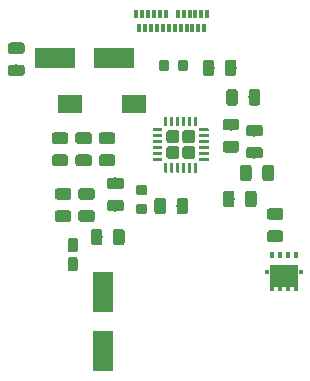
<source format=gbr>
G04 #@! TF.GenerationSoftware,KiCad,Pcbnew,(5.1.0)-1*
G04 #@! TF.CreationDate,2019-11-16T16:41:27+01:00*
G04 #@! TF.ProjectId,USBC_PowerDelivery,55534243-5f50-46f7-9765-7244656c6976,rev?*
G04 #@! TF.SameCoordinates,Original*
G04 #@! TF.FileFunction,Paste,Top*
G04 #@! TF.FilePolarity,Positive*
%FSLAX46Y46*%
G04 Gerber Fmt 4.6, Leading zero omitted, Abs format (unit mm)*
G04 Created by KiCad (PCBNEW (5.1.0)-1) date 2019-11-16 16:41:27*
%MOMM*%
%LPD*%
G04 APERTURE LIST*
%ADD10C,0.100000*%
%ADD11C,0.875000*%
%ADD12R,0.300000X0.800000*%
%ADD13C,0.250000*%
%ADD14C,1.090000*%
%ADD15R,2.000000X1.600000*%
%ADD16C,0.975000*%
%ADD17R,0.350000X0.500000*%
%ADD18R,0.400000X0.300000*%
%ADD19R,0.380000X0.430000*%
%ADD20R,2.450000X1.980000*%
%ADD21R,3.500000X1.800000*%
%ADD22C,0.850000*%
%ADD23R,1.800000X3.500000*%
G04 APERTURE END LIST*
D10*
G36*
X122967691Y-127426053D02*
G01*
X122988926Y-127429203D01*
X123009750Y-127434419D01*
X123029962Y-127441651D01*
X123049368Y-127450830D01*
X123067781Y-127461866D01*
X123085024Y-127474654D01*
X123100930Y-127489070D01*
X123115346Y-127504976D01*
X123128134Y-127522219D01*
X123139170Y-127540632D01*
X123148349Y-127560038D01*
X123155581Y-127580250D01*
X123160797Y-127601074D01*
X123163947Y-127622309D01*
X123165000Y-127643750D01*
X123165000Y-128081250D01*
X123163947Y-128102691D01*
X123160797Y-128123926D01*
X123155581Y-128144750D01*
X123148349Y-128164962D01*
X123139170Y-128184368D01*
X123128134Y-128202781D01*
X123115346Y-128220024D01*
X123100930Y-128235930D01*
X123085024Y-128250346D01*
X123067781Y-128263134D01*
X123049368Y-128274170D01*
X123029962Y-128283349D01*
X123009750Y-128290581D01*
X122988926Y-128295797D01*
X122967691Y-128298947D01*
X122946250Y-128300000D01*
X122433750Y-128300000D01*
X122412309Y-128298947D01*
X122391074Y-128295797D01*
X122370250Y-128290581D01*
X122350038Y-128283349D01*
X122330632Y-128274170D01*
X122312219Y-128263134D01*
X122294976Y-128250346D01*
X122279070Y-128235930D01*
X122264654Y-128220024D01*
X122251866Y-128202781D01*
X122240830Y-128184368D01*
X122231651Y-128164962D01*
X122224419Y-128144750D01*
X122219203Y-128123926D01*
X122216053Y-128102691D01*
X122215000Y-128081250D01*
X122215000Y-127643750D01*
X122216053Y-127622309D01*
X122219203Y-127601074D01*
X122224419Y-127580250D01*
X122231651Y-127560038D01*
X122240830Y-127540632D01*
X122251866Y-127522219D01*
X122264654Y-127504976D01*
X122279070Y-127489070D01*
X122294976Y-127474654D01*
X122312219Y-127461866D01*
X122330632Y-127450830D01*
X122350038Y-127441651D01*
X122370250Y-127434419D01*
X122391074Y-127429203D01*
X122412309Y-127426053D01*
X122433750Y-127425000D01*
X122946250Y-127425000D01*
X122967691Y-127426053D01*
X122967691Y-127426053D01*
G37*
D11*
X122690000Y-127862500D03*
D10*
G36*
X122967691Y-129001053D02*
G01*
X122988926Y-129004203D01*
X123009750Y-129009419D01*
X123029962Y-129016651D01*
X123049368Y-129025830D01*
X123067781Y-129036866D01*
X123085024Y-129049654D01*
X123100930Y-129064070D01*
X123115346Y-129079976D01*
X123128134Y-129097219D01*
X123139170Y-129115632D01*
X123148349Y-129135038D01*
X123155581Y-129155250D01*
X123160797Y-129176074D01*
X123163947Y-129197309D01*
X123165000Y-129218750D01*
X123165000Y-129656250D01*
X123163947Y-129677691D01*
X123160797Y-129698926D01*
X123155581Y-129719750D01*
X123148349Y-129739962D01*
X123139170Y-129759368D01*
X123128134Y-129777781D01*
X123115346Y-129795024D01*
X123100930Y-129810930D01*
X123085024Y-129825346D01*
X123067781Y-129838134D01*
X123049368Y-129849170D01*
X123029962Y-129858349D01*
X123009750Y-129865581D01*
X122988926Y-129870797D01*
X122967691Y-129873947D01*
X122946250Y-129875000D01*
X122433750Y-129875000D01*
X122412309Y-129873947D01*
X122391074Y-129870797D01*
X122370250Y-129865581D01*
X122350038Y-129858349D01*
X122330632Y-129849170D01*
X122312219Y-129838134D01*
X122294976Y-129825346D01*
X122279070Y-129810930D01*
X122264654Y-129795024D01*
X122251866Y-129777781D01*
X122240830Y-129759368D01*
X122231651Y-129739962D01*
X122224419Y-129719750D01*
X122219203Y-129698926D01*
X122216053Y-129677691D01*
X122215000Y-129656250D01*
X122215000Y-129218750D01*
X122216053Y-129197309D01*
X122219203Y-129176074D01*
X122224419Y-129155250D01*
X122231651Y-129135038D01*
X122240830Y-129115632D01*
X122251866Y-129097219D01*
X122264654Y-129079976D01*
X122279070Y-129064070D01*
X122294976Y-129049654D01*
X122312219Y-129036866D01*
X122330632Y-129025830D01*
X122350038Y-129016651D01*
X122370250Y-129009419D01*
X122391074Y-129004203D01*
X122412309Y-129001053D01*
X122433750Y-129000000D01*
X122946250Y-129000000D01*
X122967691Y-129001053D01*
X122967691Y-129001053D01*
G37*
D11*
X122690000Y-129437500D03*
D12*
X128000000Y-114130000D03*
X127500000Y-114130000D03*
X127000000Y-114130000D03*
X126500000Y-114130000D03*
X126000000Y-114130000D03*
X125500000Y-114130000D03*
X125000000Y-114130000D03*
X124500000Y-114130000D03*
X124000000Y-114130000D03*
X123500000Y-114130000D03*
X123000000Y-114130000D03*
X122500000Y-114130000D03*
X122250000Y-112930000D03*
X122750000Y-112930000D03*
X123250000Y-112930000D03*
X123750000Y-112930000D03*
X124250000Y-112930000D03*
X124750000Y-112930000D03*
X125750000Y-112930000D03*
X126250000Y-112930000D03*
X126750000Y-112930000D03*
X127250000Y-112930000D03*
X127750000Y-112930000D03*
X128250000Y-112930000D03*
D10*
G36*
X128318626Y-122625301D02*
G01*
X128324693Y-122626201D01*
X128330643Y-122627691D01*
X128336418Y-122629758D01*
X128341962Y-122632380D01*
X128347223Y-122635533D01*
X128352150Y-122639187D01*
X128356694Y-122643306D01*
X128360813Y-122647850D01*
X128364467Y-122652777D01*
X128367620Y-122658038D01*
X128370242Y-122663582D01*
X128372309Y-122669357D01*
X128373799Y-122675307D01*
X128374699Y-122681374D01*
X128375000Y-122687500D01*
X128375000Y-122812500D01*
X128374699Y-122818626D01*
X128373799Y-122824693D01*
X128372309Y-122830643D01*
X128370242Y-122836418D01*
X128367620Y-122841962D01*
X128364467Y-122847223D01*
X128360813Y-122852150D01*
X128356694Y-122856694D01*
X128352150Y-122860813D01*
X128347223Y-122864467D01*
X128341962Y-122867620D01*
X128336418Y-122870242D01*
X128330643Y-122872309D01*
X128324693Y-122873799D01*
X128318626Y-122874699D01*
X128312500Y-122875000D01*
X127612500Y-122875000D01*
X127606374Y-122874699D01*
X127600307Y-122873799D01*
X127594357Y-122872309D01*
X127588582Y-122870242D01*
X127583038Y-122867620D01*
X127577777Y-122864467D01*
X127572850Y-122860813D01*
X127568306Y-122856694D01*
X127564187Y-122852150D01*
X127560533Y-122847223D01*
X127557380Y-122841962D01*
X127554758Y-122836418D01*
X127552691Y-122830643D01*
X127551201Y-122824693D01*
X127550301Y-122818626D01*
X127550000Y-122812500D01*
X127550000Y-122687500D01*
X127550301Y-122681374D01*
X127551201Y-122675307D01*
X127552691Y-122669357D01*
X127554758Y-122663582D01*
X127557380Y-122658038D01*
X127560533Y-122652777D01*
X127564187Y-122647850D01*
X127568306Y-122643306D01*
X127572850Y-122639187D01*
X127577777Y-122635533D01*
X127583038Y-122632380D01*
X127588582Y-122629758D01*
X127594357Y-122627691D01*
X127600307Y-122626201D01*
X127606374Y-122625301D01*
X127612500Y-122625000D01*
X128312500Y-122625000D01*
X128318626Y-122625301D01*
X128318626Y-122625301D01*
G37*
D13*
X127962500Y-122750000D03*
D10*
G36*
X128318626Y-123125301D02*
G01*
X128324693Y-123126201D01*
X128330643Y-123127691D01*
X128336418Y-123129758D01*
X128341962Y-123132380D01*
X128347223Y-123135533D01*
X128352150Y-123139187D01*
X128356694Y-123143306D01*
X128360813Y-123147850D01*
X128364467Y-123152777D01*
X128367620Y-123158038D01*
X128370242Y-123163582D01*
X128372309Y-123169357D01*
X128373799Y-123175307D01*
X128374699Y-123181374D01*
X128375000Y-123187500D01*
X128375000Y-123312500D01*
X128374699Y-123318626D01*
X128373799Y-123324693D01*
X128372309Y-123330643D01*
X128370242Y-123336418D01*
X128367620Y-123341962D01*
X128364467Y-123347223D01*
X128360813Y-123352150D01*
X128356694Y-123356694D01*
X128352150Y-123360813D01*
X128347223Y-123364467D01*
X128341962Y-123367620D01*
X128336418Y-123370242D01*
X128330643Y-123372309D01*
X128324693Y-123373799D01*
X128318626Y-123374699D01*
X128312500Y-123375000D01*
X127612500Y-123375000D01*
X127606374Y-123374699D01*
X127600307Y-123373799D01*
X127594357Y-123372309D01*
X127588582Y-123370242D01*
X127583038Y-123367620D01*
X127577777Y-123364467D01*
X127572850Y-123360813D01*
X127568306Y-123356694D01*
X127564187Y-123352150D01*
X127560533Y-123347223D01*
X127557380Y-123341962D01*
X127554758Y-123336418D01*
X127552691Y-123330643D01*
X127551201Y-123324693D01*
X127550301Y-123318626D01*
X127550000Y-123312500D01*
X127550000Y-123187500D01*
X127550301Y-123181374D01*
X127551201Y-123175307D01*
X127552691Y-123169357D01*
X127554758Y-123163582D01*
X127557380Y-123158038D01*
X127560533Y-123152777D01*
X127564187Y-123147850D01*
X127568306Y-123143306D01*
X127572850Y-123139187D01*
X127577777Y-123135533D01*
X127583038Y-123132380D01*
X127588582Y-123129758D01*
X127594357Y-123127691D01*
X127600307Y-123126201D01*
X127606374Y-123125301D01*
X127612500Y-123125000D01*
X128312500Y-123125000D01*
X128318626Y-123125301D01*
X128318626Y-123125301D01*
G37*
D13*
X127962500Y-123250000D03*
D10*
G36*
X128318626Y-123625301D02*
G01*
X128324693Y-123626201D01*
X128330643Y-123627691D01*
X128336418Y-123629758D01*
X128341962Y-123632380D01*
X128347223Y-123635533D01*
X128352150Y-123639187D01*
X128356694Y-123643306D01*
X128360813Y-123647850D01*
X128364467Y-123652777D01*
X128367620Y-123658038D01*
X128370242Y-123663582D01*
X128372309Y-123669357D01*
X128373799Y-123675307D01*
X128374699Y-123681374D01*
X128375000Y-123687500D01*
X128375000Y-123812500D01*
X128374699Y-123818626D01*
X128373799Y-123824693D01*
X128372309Y-123830643D01*
X128370242Y-123836418D01*
X128367620Y-123841962D01*
X128364467Y-123847223D01*
X128360813Y-123852150D01*
X128356694Y-123856694D01*
X128352150Y-123860813D01*
X128347223Y-123864467D01*
X128341962Y-123867620D01*
X128336418Y-123870242D01*
X128330643Y-123872309D01*
X128324693Y-123873799D01*
X128318626Y-123874699D01*
X128312500Y-123875000D01*
X127612500Y-123875000D01*
X127606374Y-123874699D01*
X127600307Y-123873799D01*
X127594357Y-123872309D01*
X127588582Y-123870242D01*
X127583038Y-123867620D01*
X127577777Y-123864467D01*
X127572850Y-123860813D01*
X127568306Y-123856694D01*
X127564187Y-123852150D01*
X127560533Y-123847223D01*
X127557380Y-123841962D01*
X127554758Y-123836418D01*
X127552691Y-123830643D01*
X127551201Y-123824693D01*
X127550301Y-123818626D01*
X127550000Y-123812500D01*
X127550000Y-123687500D01*
X127550301Y-123681374D01*
X127551201Y-123675307D01*
X127552691Y-123669357D01*
X127554758Y-123663582D01*
X127557380Y-123658038D01*
X127560533Y-123652777D01*
X127564187Y-123647850D01*
X127568306Y-123643306D01*
X127572850Y-123639187D01*
X127577777Y-123635533D01*
X127583038Y-123632380D01*
X127588582Y-123629758D01*
X127594357Y-123627691D01*
X127600307Y-123626201D01*
X127606374Y-123625301D01*
X127612500Y-123625000D01*
X128312500Y-123625000D01*
X128318626Y-123625301D01*
X128318626Y-123625301D01*
G37*
D13*
X127962500Y-123750000D03*
D10*
G36*
X128318626Y-124125301D02*
G01*
X128324693Y-124126201D01*
X128330643Y-124127691D01*
X128336418Y-124129758D01*
X128341962Y-124132380D01*
X128347223Y-124135533D01*
X128352150Y-124139187D01*
X128356694Y-124143306D01*
X128360813Y-124147850D01*
X128364467Y-124152777D01*
X128367620Y-124158038D01*
X128370242Y-124163582D01*
X128372309Y-124169357D01*
X128373799Y-124175307D01*
X128374699Y-124181374D01*
X128375000Y-124187500D01*
X128375000Y-124312500D01*
X128374699Y-124318626D01*
X128373799Y-124324693D01*
X128372309Y-124330643D01*
X128370242Y-124336418D01*
X128367620Y-124341962D01*
X128364467Y-124347223D01*
X128360813Y-124352150D01*
X128356694Y-124356694D01*
X128352150Y-124360813D01*
X128347223Y-124364467D01*
X128341962Y-124367620D01*
X128336418Y-124370242D01*
X128330643Y-124372309D01*
X128324693Y-124373799D01*
X128318626Y-124374699D01*
X128312500Y-124375000D01*
X127612500Y-124375000D01*
X127606374Y-124374699D01*
X127600307Y-124373799D01*
X127594357Y-124372309D01*
X127588582Y-124370242D01*
X127583038Y-124367620D01*
X127577777Y-124364467D01*
X127572850Y-124360813D01*
X127568306Y-124356694D01*
X127564187Y-124352150D01*
X127560533Y-124347223D01*
X127557380Y-124341962D01*
X127554758Y-124336418D01*
X127552691Y-124330643D01*
X127551201Y-124324693D01*
X127550301Y-124318626D01*
X127550000Y-124312500D01*
X127550000Y-124187500D01*
X127550301Y-124181374D01*
X127551201Y-124175307D01*
X127552691Y-124169357D01*
X127554758Y-124163582D01*
X127557380Y-124158038D01*
X127560533Y-124152777D01*
X127564187Y-124147850D01*
X127568306Y-124143306D01*
X127572850Y-124139187D01*
X127577777Y-124135533D01*
X127583038Y-124132380D01*
X127588582Y-124129758D01*
X127594357Y-124127691D01*
X127600307Y-124126201D01*
X127606374Y-124125301D01*
X127612500Y-124125000D01*
X128312500Y-124125000D01*
X128318626Y-124125301D01*
X128318626Y-124125301D01*
G37*
D13*
X127962500Y-124250000D03*
D10*
G36*
X128318626Y-124625301D02*
G01*
X128324693Y-124626201D01*
X128330643Y-124627691D01*
X128336418Y-124629758D01*
X128341962Y-124632380D01*
X128347223Y-124635533D01*
X128352150Y-124639187D01*
X128356694Y-124643306D01*
X128360813Y-124647850D01*
X128364467Y-124652777D01*
X128367620Y-124658038D01*
X128370242Y-124663582D01*
X128372309Y-124669357D01*
X128373799Y-124675307D01*
X128374699Y-124681374D01*
X128375000Y-124687500D01*
X128375000Y-124812500D01*
X128374699Y-124818626D01*
X128373799Y-124824693D01*
X128372309Y-124830643D01*
X128370242Y-124836418D01*
X128367620Y-124841962D01*
X128364467Y-124847223D01*
X128360813Y-124852150D01*
X128356694Y-124856694D01*
X128352150Y-124860813D01*
X128347223Y-124864467D01*
X128341962Y-124867620D01*
X128336418Y-124870242D01*
X128330643Y-124872309D01*
X128324693Y-124873799D01*
X128318626Y-124874699D01*
X128312500Y-124875000D01*
X127612500Y-124875000D01*
X127606374Y-124874699D01*
X127600307Y-124873799D01*
X127594357Y-124872309D01*
X127588582Y-124870242D01*
X127583038Y-124867620D01*
X127577777Y-124864467D01*
X127572850Y-124860813D01*
X127568306Y-124856694D01*
X127564187Y-124852150D01*
X127560533Y-124847223D01*
X127557380Y-124841962D01*
X127554758Y-124836418D01*
X127552691Y-124830643D01*
X127551201Y-124824693D01*
X127550301Y-124818626D01*
X127550000Y-124812500D01*
X127550000Y-124687500D01*
X127550301Y-124681374D01*
X127551201Y-124675307D01*
X127552691Y-124669357D01*
X127554758Y-124663582D01*
X127557380Y-124658038D01*
X127560533Y-124652777D01*
X127564187Y-124647850D01*
X127568306Y-124643306D01*
X127572850Y-124639187D01*
X127577777Y-124635533D01*
X127583038Y-124632380D01*
X127588582Y-124629758D01*
X127594357Y-124627691D01*
X127600307Y-124626201D01*
X127606374Y-124625301D01*
X127612500Y-124625000D01*
X128312500Y-124625000D01*
X128318626Y-124625301D01*
X128318626Y-124625301D01*
G37*
D13*
X127962500Y-124750000D03*
D10*
G36*
X128318626Y-125125301D02*
G01*
X128324693Y-125126201D01*
X128330643Y-125127691D01*
X128336418Y-125129758D01*
X128341962Y-125132380D01*
X128347223Y-125135533D01*
X128352150Y-125139187D01*
X128356694Y-125143306D01*
X128360813Y-125147850D01*
X128364467Y-125152777D01*
X128367620Y-125158038D01*
X128370242Y-125163582D01*
X128372309Y-125169357D01*
X128373799Y-125175307D01*
X128374699Y-125181374D01*
X128375000Y-125187500D01*
X128375000Y-125312500D01*
X128374699Y-125318626D01*
X128373799Y-125324693D01*
X128372309Y-125330643D01*
X128370242Y-125336418D01*
X128367620Y-125341962D01*
X128364467Y-125347223D01*
X128360813Y-125352150D01*
X128356694Y-125356694D01*
X128352150Y-125360813D01*
X128347223Y-125364467D01*
X128341962Y-125367620D01*
X128336418Y-125370242D01*
X128330643Y-125372309D01*
X128324693Y-125373799D01*
X128318626Y-125374699D01*
X128312500Y-125375000D01*
X127612500Y-125375000D01*
X127606374Y-125374699D01*
X127600307Y-125373799D01*
X127594357Y-125372309D01*
X127588582Y-125370242D01*
X127583038Y-125367620D01*
X127577777Y-125364467D01*
X127572850Y-125360813D01*
X127568306Y-125356694D01*
X127564187Y-125352150D01*
X127560533Y-125347223D01*
X127557380Y-125341962D01*
X127554758Y-125336418D01*
X127552691Y-125330643D01*
X127551201Y-125324693D01*
X127550301Y-125318626D01*
X127550000Y-125312500D01*
X127550000Y-125187500D01*
X127550301Y-125181374D01*
X127551201Y-125175307D01*
X127552691Y-125169357D01*
X127554758Y-125163582D01*
X127557380Y-125158038D01*
X127560533Y-125152777D01*
X127564187Y-125147850D01*
X127568306Y-125143306D01*
X127572850Y-125139187D01*
X127577777Y-125135533D01*
X127583038Y-125132380D01*
X127588582Y-125129758D01*
X127594357Y-125127691D01*
X127600307Y-125126201D01*
X127606374Y-125125301D01*
X127612500Y-125125000D01*
X128312500Y-125125000D01*
X128318626Y-125125301D01*
X128318626Y-125125301D01*
G37*
D13*
X127962500Y-125250000D03*
D10*
G36*
X127318626Y-125550301D02*
G01*
X127324693Y-125551201D01*
X127330643Y-125552691D01*
X127336418Y-125554758D01*
X127341962Y-125557380D01*
X127347223Y-125560533D01*
X127352150Y-125564187D01*
X127356694Y-125568306D01*
X127360813Y-125572850D01*
X127364467Y-125577777D01*
X127367620Y-125583038D01*
X127370242Y-125588582D01*
X127372309Y-125594357D01*
X127373799Y-125600307D01*
X127374699Y-125606374D01*
X127375000Y-125612500D01*
X127375000Y-126312500D01*
X127374699Y-126318626D01*
X127373799Y-126324693D01*
X127372309Y-126330643D01*
X127370242Y-126336418D01*
X127367620Y-126341962D01*
X127364467Y-126347223D01*
X127360813Y-126352150D01*
X127356694Y-126356694D01*
X127352150Y-126360813D01*
X127347223Y-126364467D01*
X127341962Y-126367620D01*
X127336418Y-126370242D01*
X127330643Y-126372309D01*
X127324693Y-126373799D01*
X127318626Y-126374699D01*
X127312500Y-126375000D01*
X127187500Y-126375000D01*
X127181374Y-126374699D01*
X127175307Y-126373799D01*
X127169357Y-126372309D01*
X127163582Y-126370242D01*
X127158038Y-126367620D01*
X127152777Y-126364467D01*
X127147850Y-126360813D01*
X127143306Y-126356694D01*
X127139187Y-126352150D01*
X127135533Y-126347223D01*
X127132380Y-126341962D01*
X127129758Y-126336418D01*
X127127691Y-126330643D01*
X127126201Y-126324693D01*
X127125301Y-126318626D01*
X127125000Y-126312500D01*
X127125000Y-125612500D01*
X127125301Y-125606374D01*
X127126201Y-125600307D01*
X127127691Y-125594357D01*
X127129758Y-125588582D01*
X127132380Y-125583038D01*
X127135533Y-125577777D01*
X127139187Y-125572850D01*
X127143306Y-125568306D01*
X127147850Y-125564187D01*
X127152777Y-125560533D01*
X127158038Y-125557380D01*
X127163582Y-125554758D01*
X127169357Y-125552691D01*
X127175307Y-125551201D01*
X127181374Y-125550301D01*
X127187500Y-125550000D01*
X127312500Y-125550000D01*
X127318626Y-125550301D01*
X127318626Y-125550301D01*
G37*
D13*
X127250000Y-125962500D03*
D10*
G36*
X126818626Y-125550301D02*
G01*
X126824693Y-125551201D01*
X126830643Y-125552691D01*
X126836418Y-125554758D01*
X126841962Y-125557380D01*
X126847223Y-125560533D01*
X126852150Y-125564187D01*
X126856694Y-125568306D01*
X126860813Y-125572850D01*
X126864467Y-125577777D01*
X126867620Y-125583038D01*
X126870242Y-125588582D01*
X126872309Y-125594357D01*
X126873799Y-125600307D01*
X126874699Y-125606374D01*
X126875000Y-125612500D01*
X126875000Y-126312500D01*
X126874699Y-126318626D01*
X126873799Y-126324693D01*
X126872309Y-126330643D01*
X126870242Y-126336418D01*
X126867620Y-126341962D01*
X126864467Y-126347223D01*
X126860813Y-126352150D01*
X126856694Y-126356694D01*
X126852150Y-126360813D01*
X126847223Y-126364467D01*
X126841962Y-126367620D01*
X126836418Y-126370242D01*
X126830643Y-126372309D01*
X126824693Y-126373799D01*
X126818626Y-126374699D01*
X126812500Y-126375000D01*
X126687500Y-126375000D01*
X126681374Y-126374699D01*
X126675307Y-126373799D01*
X126669357Y-126372309D01*
X126663582Y-126370242D01*
X126658038Y-126367620D01*
X126652777Y-126364467D01*
X126647850Y-126360813D01*
X126643306Y-126356694D01*
X126639187Y-126352150D01*
X126635533Y-126347223D01*
X126632380Y-126341962D01*
X126629758Y-126336418D01*
X126627691Y-126330643D01*
X126626201Y-126324693D01*
X126625301Y-126318626D01*
X126625000Y-126312500D01*
X126625000Y-125612500D01*
X126625301Y-125606374D01*
X126626201Y-125600307D01*
X126627691Y-125594357D01*
X126629758Y-125588582D01*
X126632380Y-125583038D01*
X126635533Y-125577777D01*
X126639187Y-125572850D01*
X126643306Y-125568306D01*
X126647850Y-125564187D01*
X126652777Y-125560533D01*
X126658038Y-125557380D01*
X126663582Y-125554758D01*
X126669357Y-125552691D01*
X126675307Y-125551201D01*
X126681374Y-125550301D01*
X126687500Y-125550000D01*
X126812500Y-125550000D01*
X126818626Y-125550301D01*
X126818626Y-125550301D01*
G37*
D13*
X126750000Y-125962500D03*
D10*
G36*
X126318626Y-125550301D02*
G01*
X126324693Y-125551201D01*
X126330643Y-125552691D01*
X126336418Y-125554758D01*
X126341962Y-125557380D01*
X126347223Y-125560533D01*
X126352150Y-125564187D01*
X126356694Y-125568306D01*
X126360813Y-125572850D01*
X126364467Y-125577777D01*
X126367620Y-125583038D01*
X126370242Y-125588582D01*
X126372309Y-125594357D01*
X126373799Y-125600307D01*
X126374699Y-125606374D01*
X126375000Y-125612500D01*
X126375000Y-126312500D01*
X126374699Y-126318626D01*
X126373799Y-126324693D01*
X126372309Y-126330643D01*
X126370242Y-126336418D01*
X126367620Y-126341962D01*
X126364467Y-126347223D01*
X126360813Y-126352150D01*
X126356694Y-126356694D01*
X126352150Y-126360813D01*
X126347223Y-126364467D01*
X126341962Y-126367620D01*
X126336418Y-126370242D01*
X126330643Y-126372309D01*
X126324693Y-126373799D01*
X126318626Y-126374699D01*
X126312500Y-126375000D01*
X126187500Y-126375000D01*
X126181374Y-126374699D01*
X126175307Y-126373799D01*
X126169357Y-126372309D01*
X126163582Y-126370242D01*
X126158038Y-126367620D01*
X126152777Y-126364467D01*
X126147850Y-126360813D01*
X126143306Y-126356694D01*
X126139187Y-126352150D01*
X126135533Y-126347223D01*
X126132380Y-126341962D01*
X126129758Y-126336418D01*
X126127691Y-126330643D01*
X126126201Y-126324693D01*
X126125301Y-126318626D01*
X126125000Y-126312500D01*
X126125000Y-125612500D01*
X126125301Y-125606374D01*
X126126201Y-125600307D01*
X126127691Y-125594357D01*
X126129758Y-125588582D01*
X126132380Y-125583038D01*
X126135533Y-125577777D01*
X126139187Y-125572850D01*
X126143306Y-125568306D01*
X126147850Y-125564187D01*
X126152777Y-125560533D01*
X126158038Y-125557380D01*
X126163582Y-125554758D01*
X126169357Y-125552691D01*
X126175307Y-125551201D01*
X126181374Y-125550301D01*
X126187500Y-125550000D01*
X126312500Y-125550000D01*
X126318626Y-125550301D01*
X126318626Y-125550301D01*
G37*
D13*
X126250000Y-125962500D03*
D10*
G36*
X125818626Y-125550301D02*
G01*
X125824693Y-125551201D01*
X125830643Y-125552691D01*
X125836418Y-125554758D01*
X125841962Y-125557380D01*
X125847223Y-125560533D01*
X125852150Y-125564187D01*
X125856694Y-125568306D01*
X125860813Y-125572850D01*
X125864467Y-125577777D01*
X125867620Y-125583038D01*
X125870242Y-125588582D01*
X125872309Y-125594357D01*
X125873799Y-125600307D01*
X125874699Y-125606374D01*
X125875000Y-125612500D01*
X125875000Y-126312500D01*
X125874699Y-126318626D01*
X125873799Y-126324693D01*
X125872309Y-126330643D01*
X125870242Y-126336418D01*
X125867620Y-126341962D01*
X125864467Y-126347223D01*
X125860813Y-126352150D01*
X125856694Y-126356694D01*
X125852150Y-126360813D01*
X125847223Y-126364467D01*
X125841962Y-126367620D01*
X125836418Y-126370242D01*
X125830643Y-126372309D01*
X125824693Y-126373799D01*
X125818626Y-126374699D01*
X125812500Y-126375000D01*
X125687500Y-126375000D01*
X125681374Y-126374699D01*
X125675307Y-126373799D01*
X125669357Y-126372309D01*
X125663582Y-126370242D01*
X125658038Y-126367620D01*
X125652777Y-126364467D01*
X125647850Y-126360813D01*
X125643306Y-126356694D01*
X125639187Y-126352150D01*
X125635533Y-126347223D01*
X125632380Y-126341962D01*
X125629758Y-126336418D01*
X125627691Y-126330643D01*
X125626201Y-126324693D01*
X125625301Y-126318626D01*
X125625000Y-126312500D01*
X125625000Y-125612500D01*
X125625301Y-125606374D01*
X125626201Y-125600307D01*
X125627691Y-125594357D01*
X125629758Y-125588582D01*
X125632380Y-125583038D01*
X125635533Y-125577777D01*
X125639187Y-125572850D01*
X125643306Y-125568306D01*
X125647850Y-125564187D01*
X125652777Y-125560533D01*
X125658038Y-125557380D01*
X125663582Y-125554758D01*
X125669357Y-125552691D01*
X125675307Y-125551201D01*
X125681374Y-125550301D01*
X125687500Y-125550000D01*
X125812500Y-125550000D01*
X125818626Y-125550301D01*
X125818626Y-125550301D01*
G37*
D13*
X125750000Y-125962500D03*
D10*
G36*
X125318626Y-125550301D02*
G01*
X125324693Y-125551201D01*
X125330643Y-125552691D01*
X125336418Y-125554758D01*
X125341962Y-125557380D01*
X125347223Y-125560533D01*
X125352150Y-125564187D01*
X125356694Y-125568306D01*
X125360813Y-125572850D01*
X125364467Y-125577777D01*
X125367620Y-125583038D01*
X125370242Y-125588582D01*
X125372309Y-125594357D01*
X125373799Y-125600307D01*
X125374699Y-125606374D01*
X125375000Y-125612500D01*
X125375000Y-126312500D01*
X125374699Y-126318626D01*
X125373799Y-126324693D01*
X125372309Y-126330643D01*
X125370242Y-126336418D01*
X125367620Y-126341962D01*
X125364467Y-126347223D01*
X125360813Y-126352150D01*
X125356694Y-126356694D01*
X125352150Y-126360813D01*
X125347223Y-126364467D01*
X125341962Y-126367620D01*
X125336418Y-126370242D01*
X125330643Y-126372309D01*
X125324693Y-126373799D01*
X125318626Y-126374699D01*
X125312500Y-126375000D01*
X125187500Y-126375000D01*
X125181374Y-126374699D01*
X125175307Y-126373799D01*
X125169357Y-126372309D01*
X125163582Y-126370242D01*
X125158038Y-126367620D01*
X125152777Y-126364467D01*
X125147850Y-126360813D01*
X125143306Y-126356694D01*
X125139187Y-126352150D01*
X125135533Y-126347223D01*
X125132380Y-126341962D01*
X125129758Y-126336418D01*
X125127691Y-126330643D01*
X125126201Y-126324693D01*
X125125301Y-126318626D01*
X125125000Y-126312500D01*
X125125000Y-125612500D01*
X125125301Y-125606374D01*
X125126201Y-125600307D01*
X125127691Y-125594357D01*
X125129758Y-125588582D01*
X125132380Y-125583038D01*
X125135533Y-125577777D01*
X125139187Y-125572850D01*
X125143306Y-125568306D01*
X125147850Y-125564187D01*
X125152777Y-125560533D01*
X125158038Y-125557380D01*
X125163582Y-125554758D01*
X125169357Y-125552691D01*
X125175307Y-125551201D01*
X125181374Y-125550301D01*
X125187500Y-125550000D01*
X125312500Y-125550000D01*
X125318626Y-125550301D01*
X125318626Y-125550301D01*
G37*
D13*
X125250000Y-125962500D03*
D10*
G36*
X124818626Y-125550301D02*
G01*
X124824693Y-125551201D01*
X124830643Y-125552691D01*
X124836418Y-125554758D01*
X124841962Y-125557380D01*
X124847223Y-125560533D01*
X124852150Y-125564187D01*
X124856694Y-125568306D01*
X124860813Y-125572850D01*
X124864467Y-125577777D01*
X124867620Y-125583038D01*
X124870242Y-125588582D01*
X124872309Y-125594357D01*
X124873799Y-125600307D01*
X124874699Y-125606374D01*
X124875000Y-125612500D01*
X124875000Y-126312500D01*
X124874699Y-126318626D01*
X124873799Y-126324693D01*
X124872309Y-126330643D01*
X124870242Y-126336418D01*
X124867620Y-126341962D01*
X124864467Y-126347223D01*
X124860813Y-126352150D01*
X124856694Y-126356694D01*
X124852150Y-126360813D01*
X124847223Y-126364467D01*
X124841962Y-126367620D01*
X124836418Y-126370242D01*
X124830643Y-126372309D01*
X124824693Y-126373799D01*
X124818626Y-126374699D01*
X124812500Y-126375000D01*
X124687500Y-126375000D01*
X124681374Y-126374699D01*
X124675307Y-126373799D01*
X124669357Y-126372309D01*
X124663582Y-126370242D01*
X124658038Y-126367620D01*
X124652777Y-126364467D01*
X124647850Y-126360813D01*
X124643306Y-126356694D01*
X124639187Y-126352150D01*
X124635533Y-126347223D01*
X124632380Y-126341962D01*
X124629758Y-126336418D01*
X124627691Y-126330643D01*
X124626201Y-126324693D01*
X124625301Y-126318626D01*
X124625000Y-126312500D01*
X124625000Y-125612500D01*
X124625301Y-125606374D01*
X124626201Y-125600307D01*
X124627691Y-125594357D01*
X124629758Y-125588582D01*
X124632380Y-125583038D01*
X124635533Y-125577777D01*
X124639187Y-125572850D01*
X124643306Y-125568306D01*
X124647850Y-125564187D01*
X124652777Y-125560533D01*
X124658038Y-125557380D01*
X124663582Y-125554758D01*
X124669357Y-125552691D01*
X124675307Y-125551201D01*
X124681374Y-125550301D01*
X124687500Y-125550000D01*
X124812500Y-125550000D01*
X124818626Y-125550301D01*
X124818626Y-125550301D01*
G37*
D13*
X124750000Y-125962500D03*
D10*
G36*
X124393626Y-125125301D02*
G01*
X124399693Y-125126201D01*
X124405643Y-125127691D01*
X124411418Y-125129758D01*
X124416962Y-125132380D01*
X124422223Y-125135533D01*
X124427150Y-125139187D01*
X124431694Y-125143306D01*
X124435813Y-125147850D01*
X124439467Y-125152777D01*
X124442620Y-125158038D01*
X124445242Y-125163582D01*
X124447309Y-125169357D01*
X124448799Y-125175307D01*
X124449699Y-125181374D01*
X124450000Y-125187500D01*
X124450000Y-125312500D01*
X124449699Y-125318626D01*
X124448799Y-125324693D01*
X124447309Y-125330643D01*
X124445242Y-125336418D01*
X124442620Y-125341962D01*
X124439467Y-125347223D01*
X124435813Y-125352150D01*
X124431694Y-125356694D01*
X124427150Y-125360813D01*
X124422223Y-125364467D01*
X124416962Y-125367620D01*
X124411418Y-125370242D01*
X124405643Y-125372309D01*
X124399693Y-125373799D01*
X124393626Y-125374699D01*
X124387500Y-125375000D01*
X123687500Y-125375000D01*
X123681374Y-125374699D01*
X123675307Y-125373799D01*
X123669357Y-125372309D01*
X123663582Y-125370242D01*
X123658038Y-125367620D01*
X123652777Y-125364467D01*
X123647850Y-125360813D01*
X123643306Y-125356694D01*
X123639187Y-125352150D01*
X123635533Y-125347223D01*
X123632380Y-125341962D01*
X123629758Y-125336418D01*
X123627691Y-125330643D01*
X123626201Y-125324693D01*
X123625301Y-125318626D01*
X123625000Y-125312500D01*
X123625000Y-125187500D01*
X123625301Y-125181374D01*
X123626201Y-125175307D01*
X123627691Y-125169357D01*
X123629758Y-125163582D01*
X123632380Y-125158038D01*
X123635533Y-125152777D01*
X123639187Y-125147850D01*
X123643306Y-125143306D01*
X123647850Y-125139187D01*
X123652777Y-125135533D01*
X123658038Y-125132380D01*
X123663582Y-125129758D01*
X123669357Y-125127691D01*
X123675307Y-125126201D01*
X123681374Y-125125301D01*
X123687500Y-125125000D01*
X124387500Y-125125000D01*
X124393626Y-125125301D01*
X124393626Y-125125301D01*
G37*
D13*
X124037500Y-125250000D03*
D10*
G36*
X124393626Y-124625301D02*
G01*
X124399693Y-124626201D01*
X124405643Y-124627691D01*
X124411418Y-124629758D01*
X124416962Y-124632380D01*
X124422223Y-124635533D01*
X124427150Y-124639187D01*
X124431694Y-124643306D01*
X124435813Y-124647850D01*
X124439467Y-124652777D01*
X124442620Y-124658038D01*
X124445242Y-124663582D01*
X124447309Y-124669357D01*
X124448799Y-124675307D01*
X124449699Y-124681374D01*
X124450000Y-124687500D01*
X124450000Y-124812500D01*
X124449699Y-124818626D01*
X124448799Y-124824693D01*
X124447309Y-124830643D01*
X124445242Y-124836418D01*
X124442620Y-124841962D01*
X124439467Y-124847223D01*
X124435813Y-124852150D01*
X124431694Y-124856694D01*
X124427150Y-124860813D01*
X124422223Y-124864467D01*
X124416962Y-124867620D01*
X124411418Y-124870242D01*
X124405643Y-124872309D01*
X124399693Y-124873799D01*
X124393626Y-124874699D01*
X124387500Y-124875000D01*
X123687500Y-124875000D01*
X123681374Y-124874699D01*
X123675307Y-124873799D01*
X123669357Y-124872309D01*
X123663582Y-124870242D01*
X123658038Y-124867620D01*
X123652777Y-124864467D01*
X123647850Y-124860813D01*
X123643306Y-124856694D01*
X123639187Y-124852150D01*
X123635533Y-124847223D01*
X123632380Y-124841962D01*
X123629758Y-124836418D01*
X123627691Y-124830643D01*
X123626201Y-124824693D01*
X123625301Y-124818626D01*
X123625000Y-124812500D01*
X123625000Y-124687500D01*
X123625301Y-124681374D01*
X123626201Y-124675307D01*
X123627691Y-124669357D01*
X123629758Y-124663582D01*
X123632380Y-124658038D01*
X123635533Y-124652777D01*
X123639187Y-124647850D01*
X123643306Y-124643306D01*
X123647850Y-124639187D01*
X123652777Y-124635533D01*
X123658038Y-124632380D01*
X123663582Y-124629758D01*
X123669357Y-124627691D01*
X123675307Y-124626201D01*
X123681374Y-124625301D01*
X123687500Y-124625000D01*
X124387500Y-124625000D01*
X124393626Y-124625301D01*
X124393626Y-124625301D01*
G37*
D13*
X124037500Y-124750000D03*
D10*
G36*
X124393626Y-124125301D02*
G01*
X124399693Y-124126201D01*
X124405643Y-124127691D01*
X124411418Y-124129758D01*
X124416962Y-124132380D01*
X124422223Y-124135533D01*
X124427150Y-124139187D01*
X124431694Y-124143306D01*
X124435813Y-124147850D01*
X124439467Y-124152777D01*
X124442620Y-124158038D01*
X124445242Y-124163582D01*
X124447309Y-124169357D01*
X124448799Y-124175307D01*
X124449699Y-124181374D01*
X124450000Y-124187500D01*
X124450000Y-124312500D01*
X124449699Y-124318626D01*
X124448799Y-124324693D01*
X124447309Y-124330643D01*
X124445242Y-124336418D01*
X124442620Y-124341962D01*
X124439467Y-124347223D01*
X124435813Y-124352150D01*
X124431694Y-124356694D01*
X124427150Y-124360813D01*
X124422223Y-124364467D01*
X124416962Y-124367620D01*
X124411418Y-124370242D01*
X124405643Y-124372309D01*
X124399693Y-124373799D01*
X124393626Y-124374699D01*
X124387500Y-124375000D01*
X123687500Y-124375000D01*
X123681374Y-124374699D01*
X123675307Y-124373799D01*
X123669357Y-124372309D01*
X123663582Y-124370242D01*
X123658038Y-124367620D01*
X123652777Y-124364467D01*
X123647850Y-124360813D01*
X123643306Y-124356694D01*
X123639187Y-124352150D01*
X123635533Y-124347223D01*
X123632380Y-124341962D01*
X123629758Y-124336418D01*
X123627691Y-124330643D01*
X123626201Y-124324693D01*
X123625301Y-124318626D01*
X123625000Y-124312500D01*
X123625000Y-124187500D01*
X123625301Y-124181374D01*
X123626201Y-124175307D01*
X123627691Y-124169357D01*
X123629758Y-124163582D01*
X123632380Y-124158038D01*
X123635533Y-124152777D01*
X123639187Y-124147850D01*
X123643306Y-124143306D01*
X123647850Y-124139187D01*
X123652777Y-124135533D01*
X123658038Y-124132380D01*
X123663582Y-124129758D01*
X123669357Y-124127691D01*
X123675307Y-124126201D01*
X123681374Y-124125301D01*
X123687500Y-124125000D01*
X124387500Y-124125000D01*
X124393626Y-124125301D01*
X124393626Y-124125301D01*
G37*
D13*
X124037500Y-124250000D03*
D10*
G36*
X124393626Y-123625301D02*
G01*
X124399693Y-123626201D01*
X124405643Y-123627691D01*
X124411418Y-123629758D01*
X124416962Y-123632380D01*
X124422223Y-123635533D01*
X124427150Y-123639187D01*
X124431694Y-123643306D01*
X124435813Y-123647850D01*
X124439467Y-123652777D01*
X124442620Y-123658038D01*
X124445242Y-123663582D01*
X124447309Y-123669357D01*
X124448799Y-123675307D01*
X124449699Y-123681374D01*
X124450000Y-123687500D01*
X124450000Y-123812500D01*
X124449699Y-123818626D01*
X124448799Y-123824693D01*
X124447309Y-123830643D01*
X124445242Y-123836418D01*
X124442620Y-123841962D01*
X124439467Y-123847223D01*
X124435813Y-123852150D01*
X124431694Y-123856694D01*
X124427150Y-123860813D01*
X124422223Y-123864467D01*
X124416962Y-123867620D01*
X124411418Y-123870242D01*
X124405643Y-123872309D01*
X124399693Y-123873799D01*
X124393626Y-123874699D01*
X124387500Y-123875000D01*
X123687500Y-123875000D01*
X123681374Y-123874699D01*
X123675307Y-123873799D01*
X123669357Y-123872309D01*
X123663582Y-123870242D01*
X123658038Y-123867620D01*
X123652777Y-123864467D01*
X123647850Y-123860813D01*
X123643306Y-123856694D01*
X123639187Y-123852150D01*
X123635533Y-123847223D01*
X123632380Y-123841962D01*
X123629758Y-123836418D01*
X123627691Y-123830643D01*
X123626201Y-123824693D01*
X123625301Y-123818626D01*
X123625000Y-123812500D01*
X123625000Y-123687500D01*
X123625301Y-123681374D01*
X123626201Y-123675307D01*
X123627691Y-123669357D01*
X123629758Y-123663582D01*
X123632380Y-123658038D01*
X123635533Y-123652777D01*
X123639187Y-123647850D01*
X123643306Y-123643306D01*
X123647850Y-123639187D01*
X123652777Y-123635533D01*
X123658038Y-123632380D01*
X123663582Y-123629758D01*
X123669357Y-123627691D01*
X123675307Y-123626201D01*
X123681374Y-123625301D01*
X123687500Y-123625000D01*
X124387500Y-123625000D01*
X124393626Y-123625301D01*
X124393626Y-123625301D01*
G37*
D13*
X124037500Y-123750000D03*
D10*
G36*
X124393626Y-123125301D02*
G01*
X124399693Y-123126201D01*
X124405643Y-123127691D01*
X124411418Y-123129758D01*
X124416962Y-123132380D01*
X124422223Y-123135533D01*
X124427150Y-123139187D01*
X124431694Y-123143306D01*
X124435813Y-123147850D01*
X124439467Y-123152777D01*
X124442620Y-123158038D01*
X124445242Y-123163582D01*
X124447309Y-123169357D01*
X124448799Y-123175307D01*
X124449699Y-123181374D01*
X124450000Y-123187500D01*
X124450000Y-123312500D01*
X124449699Y-123318626D01*
X124448799Y-123324693D01*
X124447309Y-123330643D01*
X124445242Y-123336418D01*
X124442620Y-123341962D01*
X124439467Y-123347223D01*
X124435813Y-123352150D01*
X124431694Y-123356694D01*
X124427150Y-123360813D01*
X124422223Y-123364467D01*
X124416962Y-123367620D01*
X124411418Y-123370242D01*
X124405643Y-123372309D01*
X124399693Y-123373799D01*
X124393626Y-123374699D01*
X124387500Y-123375000D01*
X123687500Y-123375000D01*
X123681374Y-123374699D01*
X123675307Y-123373799D01*
X123669357Y-123372309D01*
X123663582Y-123370242D01*
X123658038Y-123367620D01*
X123652777Y-123364467D01*
X123647850Y-123360813D01*
X123643306Y-123356694D01*
X123639187Y-123352150D01*
X123635533Y-123347223D01*
X123632380Y-123341962D01*
X123629758Y-123336418D01*
X123627691Y-123330643D01*
X123626201Y-123324693D01*
X123625301Y-123318626D01*
X123625000Y-123312500D01*
X123625000Y-123187500D01*
X123625301Y-123181374D01*
X123626201Y-123175307D01*
X123627691Y-123169357D01*
X123629758Y-123163582D01*
X123632380Y-123158038D01*
X123635533Y-123152777D01*
X123639187Y-123147850D01*
X123643306Y-123143306D01*
X123647850Y-123139187D01*
X123652777Y-123135533D01*
X123658038Y-123132380D01*
X123663582Y-123129758D01*
X123669357Y-123127691D01*
X123675307Y-123126201D01*
X123681374Y-123125301D01*
X123687500Y-123125000D01*
X124387500Y-123125000D01*
X124393626Y-123125301D01*
X124393626Y-123125301D01*
G37*
D13*
X124037500Y-123250000D03*
D10*
G36*
X124393626Y-122625301D02*
G01*
X124399693Y-122626201D01*
X124405643Y-122627691D01*
X124411418Y-122629758D01*
X124416962Y-122632380D01*
X124422223Y-122635533D01*
X124427150Y-122639187D01*
X124431694Y-122643306D01*
X124435813Y-122647850D01*
X124439467Y-122652777D01*
X124442620Y-122658038D01*
X124445242Y-122663582D01*
X124447309Y-122669357D01*
X124448799Y-122675307D01*
X124449699Y-122681374D01*
X124450000Y-122687500D01*
X124450000Y-122812500D01*
X124449699Y-122818626D01*
X124448799Y-122824693D01*
X124447309Y-122830643D01*
X124445242Y-122836418D01*
X124442620Y-122841962D01*
X124439467Y-122847223D01*
X124435813Y-122852150D01*
X124431694Y-122856694D01*
X124427150Y-122860813D01*
X124422223Y-122864467D01*
X124416962Y-122867620D01*
X124411418Y-122870242D01*
X124405643Y-122872309D01*
X124399693Y-122873799D01*
X124393626Y-122874699D01*
X124387500Y-122875000D01*
X123687500Y-122875000D01*
X123681374Y-122874699D01*
X123675307Y-122873799D01*
X123669357Y-122872309D01*
X123663582Y-122870242D01*
X123658038Y-122867620D01*
X123652777Y-122864467D01*
X123647850Y-122860813D01*
X123643306Y-122856694D01*
X123639187Y-122852150D01*
X123635533Y-122847223D01*
X123632380Y-122841962D01*
X123629758Y-122836418D01*
X123627691Y-122830643D01*
X123626201Y-122824693D01*
X123625301Y-122818626D01*
X123625000Y-122812500D01*
X123625000Y-122687500D01*
X123625301Y-122681374D01*
X123626201Y-122675307D01*
X123627691Y-122669357D01*
X123629758Y-122663582D01*
X123632380Y-122658038D01*
X123635533Y-122652777D01*
X123639187Y-122647850D01*
X123643306Y-122643306D01*
X123647850Y-122639187D01*
X123652777Y-122635533D01*
X123658038Y-122632380D01*
X123663582Y-122629758D01*
X123669357Y-122627691D01*
X123675307Y-122626201D01*
X123681374Y-122625301D01*
X123687500Y-122625000D01*
X124387500Y-122625000D01*
X124393626Y-122625301D01*
X124393626Y-122625301D01*
G37*
D13*
X124037500Y-122750000D03*
D10*
G36*
X124818626Y-121625301D02*
G01*
X124824693Y-121626201D01*
X124830643Y-121627691D01*
X124836418Y-121629758D01*
X124841962Y-121632380D01*
X124847223Y-121635533D01*
X124852150Y-121639187D01*
X124856694Y-121643306D01*
X124860813Y-121647850D01*
X124864467Y-121652777D01*
X124867620Y-121658038D01*
X124870242Y-121663582D01*
X124872309Y-121669357D01*
X124873799Y-121675307D01*
X124874699Y-121681374D01*
X124875000Y-121687500D01*
X124875000Y-122387500D01*
X124874699Y-122393626D01*
X124873799Y-122399693D01*
X124872309Y-122405643D01*
X124870242Y-122411418D01*
X124867620Y-122416962D01*
X124864467Y-122422223D01*
X124860813Y-122427150D01*
X124856694Y-122431694D01*
X124852150Y-122435813D01*
X124847223Y-122439467D01*
X124841962Y-122442620D01*
X124836418Y-122445242D01*
X124830643Y-122447309D01*
X124824693Y-122448799D01*
X124818626Y-122449699D01*
X124812500Y-122450000D01*
X124687500Y-122450000D01*
X124681374Y-122449699D01*
X124675307Y-122448799D01*
X124669357Y-122447309D01*
X124663582Y-122445242D01*
X124658038Y-122442620D01*
X124652777Y-122439467D01*
X124647850Y-122435813D01*
X124643306Y-122431694D01*
X124639187Y-122427150D01*
X124635533Y-122422223D01*
X124632380Y-122416962D01*
X124629758Y-122411418D01*
X124627691Y-122405643D01*
X124626201Y-122399693D01*
X124625301Y-122393626D01*
X124625000Y-122387500D01*
X124625000Y-121687500D01*
X124625301Y-121681374D01*
X124626201Y-121675307D01*
X124627691Y-121669357D01*
X124629758Y-121663582D01*
X124632380Y-121658038D01*
X124635533Y-121652777D01*
X124639187Y-121647850D01*
X124643306Y-121643306D01*
X124647850Y-121639187D01*
X124652777Y-121635533D01*
X124658038Y-121632380D01*
X124663582Y-121629758D01*
X124669357Y-121627691D01*
X124675307Y-121626201D01*
X124681374Y-121625301D01*
X124687500Y-121625000D01*
X124812500Y-121625000D01*
X124818626Y-121625301D01*
X124818626Y-121625301D01*
G37*
D13*
X124750000Y-122037500D03*
D10*
G36*
X125318626Y-121625301D02*
G01*
X125324693Y-121626201D01*
X125330643Y-121627691D01*
X125336418Y-121629758D01*
X125341962Y-121632380D01*
X125347223Y-121635533D01*
X125352150Y-121639187D01*
X125356694Y-121643306D01*
X125360813Y-121647850D01*
X125364467Y-121652777D01*
X125367620Y-121658038D01*
X125370242Y-121663582D01*
X125372309Y-121669357D01*
X125373799Y-121675307D01*
X125374699Y-121681374D01*
X125375000Y-121687500D01*
X125375000Y-122387500D01*
X125374699Y-122393626D01*
X125373799Y-122399693D01*
X125372309Y-122405643D01*
X125370242Y-122411418D01*
X125367620Y-122416962D01*
X125364467Y-122422223D01*
X125360813Y-122427150D01*
X125356694Y-122431694D01*
X125352150Y-122435813D01*
X125347223Y-122439467D01*
X125341962Y-122442620D01*
X125336418Y-122445242D01*
X125330643Y-122447309D01*
X125324693Y-122448799D01*
X125318626Y-122449699D01*
X125312500Y-122450000D01*
X125187500Y-122450000D01*
X125181374Y-122449699D01*
X125175307Y-122448799D01*
X125169357Y-122447309D01*
X125163582Y-122445242D01*
X125158038Y-122442620D01*
X125152777Y-122439467D01*
X125147850Y-122435813D01*
X125143306Y-122431694D01*
X125139187Y-122427150D01*
X125135533Y-122422223D01*
X125132380Y-122416962D01*
X125129758Y-122411418D01*
X125127691Y-122405643D01*
X125126201Y-122399693D01*
X125125301Y-122393626D01*
X125125000Y-122387500D01*
X125125000Y-121687500D01*
X125125301Y-121681374D01*
X125126201Y-121675307D01*
X125127691Y-121669357D01*
X125129758Y-121663582D01*
X125132380Y-121658038D01*
X125135533Y-121652777D01*
X125139187Y-121647850D01*
X125143306Y-121643306D01*
X125147850Y-121639187D01*
X125152777Y-121635533D01*
X125158038Y-121632380D01*
X125163582Y-121629758D01*
X125169357Y-121627691D01*
X125175307Y-121626201D01*
X125181374Y-121625301D01*
X125187500Y-121625000D01*
X125312500Y-121625000D01*
X125318626Y-121625301D01*
X125318626Y-121625301D01*
G37*
D13*
X125250000Y-122037500D03*
D10*
G36*
X125818626Y-121625301D02*
G01*
X125824693Y-121626201D01*
X125830643Y-121627691D01*
X125836418Y-121629758D01*
X125841962Y-121632380D01*
X125847223Y-121635533D01*
X125852150Y-121639187D01*
X125856694Y-121643306D01*
X125860813Y-121647850D01*
X125864467Y-121652777D01*
X125867620Y-121658038D01*
X125870242Y-121663582D01*
X125872309Y-121669357D01*
X125873799Y-121675307D01*
X125874699Y-121681374D01*
X125875000Y-121687500D01*
X125875000Y-122387500D01*
X125874699Y-122393626D01*
X125873799Y-122399693D01*
X125872309Y-122405643D01*
X125870242Y-122411418D01*
X125867620Y-122416962D01*
X125864467Y-122422223D01*
X125860813Y-122427150D01*
X125856694Y-122431694D01*
X125852150Y-122435813D01*
X125847223Y-122439467D01*
X125841962Y-122442620D01*
X125836418Y-122445242D01*
X125830643Y-122447309D01*
X125824693Y-122448799D01*
X125818626Y-122449699D01*
X125812500Y-122450000D01*
X125687500Y-122450000D01*
X125681374Y-122449699D01*
X125675307Y-122448799D01*
X125669357Y-122447309D01*
X125663582Y-122445242D01*
X125658038Y-122442620D01*
X125652777Y-122439467D01*
X125647850Y-122435813D01*
X125643306Y-122431694D01*
X125639187Y-122427150D01*
X125635533Y-122422223D01*
X125632380Y-122416962D01*
X125629758Y-122411418D01*
X125627691Y-122405643D01*
X125626201Y-122399693D01*
X125625301Y-122393626D01*
X125625000Y-122387500D01*
X125625000Y-121687500D01*
X125625301Y-121681374D01*
X125626201Y-121675307D01*
X125627691Y-121669357D01*
X125629758Y-121663582D01*
X125632380Y-121658038D01*
X125635533Y-121652777D01*
X125639187Y-121647850D01*
X125643306Y-121643306D01*
X125647850Y-121639187D01*
X125652777Y-121635533D01*
X125658038Y-121632380D01*
X125663582Y-121629758D01*
X125669357Y-121627691D01*
X125675307Y-121626201D01*
X125681374Y-121625301D01*
X125687500Y-121625000D01*
X125812500Y-121625000D01*
X125818626Y-121625301D01*
X125818626Y-121625301D01*
G37*
D13*
X125750000Y-122037500D03*
D10*
G36*
X126318626Y-121625301D02*
G01*
X126324693Y-121626201D01*
X126330643Y-121627691D01*
X126336418Y-121629758D01*
X126341962Y-121632380D01*
X126347223Y-121635533D01*
X126352150Y-121639187D01*
X126356694Y-121643306D01*
X126360813Y-121647850D01*
X126364467Y-121652777D01*
X126367620Y-121658038D01*
X126370242Y-121663582D01*
X126372309Y-121669357D01*
X126373799Y-121675307D01*
X126374699Y-121681374D01*
X126375000Y-121687500D01*
X126375000Y-122387500D01*
X126374699Y-122393626D01*
X126373799Y-122399693D01*
X126372309Y-122405643D01*
X126370242Y-122411418D01*
X126367620Y-122416962D01*
X126364467Y-122422223D01*
X126360813Y-122427150D01*
X126356694Y-122431694D01*
X126352150Y-122435813D01*
X126347223Y-122439467D01*
X126341962Y-122442620D01*
X126336418Y-122445242D01*
X126330643Y-122447309D01*
X126324693Y-122448799D01*
X126318626Y-122449699D01*
X126312500Y-122450000D01*
X126187500Y-122450000D01*
X126181374Y-122449699D01*
X126175307Y-122448799D01*
X126169357Y-122447309D01*
X126163582Y-122445242D01*
X126158038Y-122442620D01*
X126152777Y-122439467D01*
X126147850Y-122435813D01*
X126143306Y-122431694D01*
X126139187Y-122427150D01*
X126135533Y-122422223D01*
X126132380Y-122416962D01*
X126129758Y-122411418D01*
X126127691Y-122405643D01*
X126126201Y-122399693D01*
X126125301Y-122393626D01*
X126125000Y-122387500D01*
X126125000Y-121687500D01*
X126125301Y-121681374D01*
X126126201Y-121675307D01*
X126127691Y-121669357D01*
X126129758Y-121663582D01*
X126132380Y-121658038D01*
X126135533Y-121652777D01*
X126139187Y-121647850D01*
X126143306Y-121643306D01*
X126147850Y-121639187D01*
X126152777Y-121635533D01*
X126158038Y-121632380D01*
X126163582Y-121629758D01*
X126169357Y-121627691D01*
X126175307Y-121626201D01*
X126181374Y-121625301D01*
X126187500Y-121625000D01*
X126312500Y-121625000D01*
X126318626Y-121625301D01*
X126318626Y-121625301D01*
G37*
D13*
X126250000Y-122037500D03*
D10*
G36*
X126818626Y-121625301D02*
G01*
X126824693Y-121626201D01*
X126830643Y-121627691D01*
X126836418Y-121629758D01*
X126841962Y-121632380D01*
X126847223Y-121635533D01*
X126852150Y-121639187D01*
X126856694Y-121643306D01*
X126860813Y-121647850D01*
X126864467Y-121652777D01*
X126867620Y-121658038D01*
X126870242Y-121663582D01*
X126872309Y-121669357D01*
X126873799Y-121675307D01*
X126874699Y-121681374D01*
X126875000Y-121687500D01*
X126875000Y-122387500D01*
X126874699Y-122393626D01*
X126873799Y-122399693D01*
X126872309Y-122405643D01*
X126870242Y-122411418D01*
X126867620Y-122416962D01*
X126864467Y-122422223D01*
X126860813Y-122427150D01*
X126856694Y-122431694D01*
X126852150Y-122435813D01*
X126847223Y-122439467D01*
X126841962Y-122442620D01*
X126836418Y-122445242D01*
X126830643Y-122447309D01*
X126824693Y-122448799D01*
X126818626Y-122449699D01*
X126812500Y-122450000D01*
X126687500Y-122450000D01*
X126681374Y-122449699D01*
X126675307Y-122448799D01*
X126669357Y-122447309D01*
X126663582Y-122445242D01*
X126658038Y-122442620D01*
X126652777Y-122439467D01*
X126647850Y-122435813D01*
X126643306Y-122431694D01*
X126639187Y-122427150D01*
X126635533Y-122422223D01*
X126632380Y-122416962D01*
X126629758Y-122411418D01*
X126627691Y-122405643D01*
X126626201Y-122399693D01*
X126625301Y-122393626D01*
X126625000Y-122387500D01*
X126625000Y-121687500D01*
X126625301Y-121681374D01*
X126626201Y-121675307D01*
X126627691Y-121669357D01*
X126629758Y-121663582D01*
X126632380Y-121658038D01*
X126635533Y-121652777D01*
X126639187Y-121647850D01*
X126643306Y-121643306D01*
X126647850Y-121639187D01*
X126652777Y-121635533D01*
X126658038Y-121632380D01*
X126663582Y-121629758D01*
X126669357Y-121627691D01*
X126675307Y-121626201D01*
X126681374Y-121625301D01*
X126687500Y-121625000D01*
X126812500Y-121625000D01*
X126818626Y-121625301D01*
X126818626Y-121625301D01*
G37*
D13*
X126750000Y-122037500D03*
D10*
G36*
X127318626Y-121625301D02*
G01*
X127324693Y-121626201D01*
X127330643Y-121627691D01*
X127336418Y-121629758D01*
X127341962Y-121632380D01*
X127347223Y-121635533D01*
X127352150Y-121639187D01*
X127356694Y-121643306D01*
X127360813Y-121647850D01*
X127364467Y-121652777D01*
X127367620Y-121658038D01*
X127370242Y-121663582D01*
X127372309Y-121669357D01*
X127373799Y-121675307D01*
X127374699Y-121681374D01*
X127375000Y-121687500D01*
X127375000Y-122387500D01*
X127374699Y-122393626D01*
X127373799Y-122399693D01*
X127372309Y-122405643D01*
X127370242Y-122411418D01*
X127367620Y-122416962D01*
X127364467Y-122422223D01*
X127360813Y-122427150D01*
X127356694Y-122431694D01*
X127352150Y-122435813D01*
X127347223Y-122439467D01*
X127341962Y-122442620D01*
X127336418Y-122445242D01*
X127330643Y-122447309D01*
X127324693Y-122448799D01*
X127318626Y-122449699D01*
X127312500Y-122450000D01*
X127187500Y-122450000D01*
X127181374Y-122449699D01*
X127175307Y-122448799D01*
X127169357Y-122447309D01*
X127163582Y-122445242D01*
X127158038Y-122442620D01*
X127152777Y-122439467D01*
X127147850Y-122435813D01*
X127143306Y-122431694D01*
X127139187Y-122427150D01*
X127135533Y-122422223D01*
X127132380Y-122416962D01*
X127129758Y-122411418D01*
X127127691Y-122405643D01*
X127126201Y-122399693D01*
X127125301Y-122393626D01*
X127125000Y-122387500D01*
X127125000Y-121687500D01*
X127125301Y-121681374D01*
X127126201Y-121675307D01*
X127127691Y-121669357D01*
X127129758Y-121663582D01*
X127132380Y-121658038D01*
X127135533Y-121652777D01*
X127139187Y-121647850D01*
X127143306Y-121643306D01*
X127147850Y-121639187D01*
X127152777Y-121635533D01*
X127158038Y-121632380D01*
X127163582Y-121629758D01*
X127169357Y-121627691D01*
X127175307Y-121626201D01*
X127181374Y-121625301D01*
X127187500Y-121625000D01*
X127312500Y-121625000D01*
X127318626Y-121625301D01*
X127318626Y-121625301D01*
G37*
D13*
X127250000Y-122037500D03*
D10*
G36*
X125644504Y-124131204D02*
G01*
X125668773Y-124134804D01*
X125692571Y-124140765D01*
X125715671Y-124149030D01*
X125737849Y-124159520D01*
X125758893Y-124172133D01*
X125778598Y-124186747D01*
X125796777Y-124203223D01*
X125813253Y-124221402D01*
X125827867Y-124241107D01*
X125840480Y-124262151D01*
X125850970Y-124284329D01*
X125859235Y-124307429D01*
X125865196Y-124331227D01*
X125868796Y-124355496D01*
X125870000Y-124380000D01*
X125870000Y-124970000D01*
X125868796Y-124994504D01*
X125865196Y-125018773D01*
X125859235Y-125042571D01*
X125850970Y-125065671D01*
X125840480Y-125087849D01*
X125827867Y-125108893D01*
X125813253Y-125128598D01*
X125796777Y-125146777D01*
X125778598Y-125163253D01*
X125758893Y-125177867D01*
X125737849Y-125190480D01*
X125715671Y-125200970D01*
X125692571Y-125209235D01*
X125668773Y-125215196D01*
X125644504Y-125218796D01*
X125620000Y-125220000D01*
X125030000Y-125220000D01*
X125005496Y-125218796D01*
X124981227Y-125215196D01*
X124957429Y-125209235D01*
X124934329Y-125200970D01*
X124912151Y-125190480D01*
X124891107Y-125177867D01*
X124871402Y-125163253D01*
X124853223Y-125146777D01*
X124836747Y-125128598D01*
X124822133Y-125108893D01*
X124809520Y-125087849D01*
X124799030Y-125065671D01*
X124790765Y-125042571D01*
X124784804Y-125018773D01*
X124781204Y-124994504D01*
X124780000Y-124970000D01*
X124780000Y-124380000D01*
X124781204Y-124355496D01*
X124784804Y-124331227D01*
X124790765Y-124307429D01*
X124799030Y-124284329D01*
X124809520Y-124262151D01*
X124822133Y-124241107D01*
X124836747Y-124221402D01*
X124853223Y-124203223D01*
X124871402Y-124186747D01*
X124891107Y-124172133D01*
X124912151Y-124159520D01*
X124934329Y-124149030D01*
X124957429Y-124140765D01*
X124981227Y-124134804D01*
X125005496Y-124131204D01*
X125030000Y-124130000D01*
X125620000Y-124130000D01*
X125644504Y-124131204D01*
X125644504Y-124131204D01*
G37*
D14*
X125325000Y-124675000D03*
D10*
G36*
X126994504Y-124131204D02*
G01*
X127018773Y-124134804D01*
X127042571Y-124140765D01*
X127065671Y-124149030D01*
X127087849Y-124159520D01*
X127108893Y-124172133D01*
X127128598Y-124186747D01*
X127146777Y-124203223D01*
X127163253Y-124221402D01*
X127177867Y-124241107D01*
X127190480Y-124262151D01*
X127200970Y-124284329D01*
X127209235Y-124307429D01*
X127215196Y-124331227D01*
X127218796Y-124355496D01*
X127220000Y-124380000D01*
X127220000Y-124970000D01*
X127218796Y-124994504D01*
X127215196Y-125018773D01*
X127209235Y-125042571D01*
X127200970Y-125065671D01*
X127190480Y-125087849D01*
X127177867Y-125108893D01*
X127163253Y-125128598D01*
X127146777Y-125146777D01*
X127128598Y-125163253D01*
X127108893Y-125177867D01*
X127087849Y-125190480D01*
X127065671Y-125200970D01*
X127042571Y-125209235D01*
X127018773Y-125215196D01*
X126994504Y-125218796D01*
X126970000Y-125220000D01*
X126380000Y-125220000D01*
X126355496Y-125218796D01*
X126331227Y-125215196D01*
X126307429Y-125209235D01*
X126284329Y-125200970D01*
X126262151Y-125190480D01*
X126241107Y-125177867D01*
X126221402Y-125163253D01*
X126203223Y-125146777D01*
X126186747Y-125128598D01*
X126172133Y-125108893D01*
X126159520Y-125087849D01*
X126149030Y-125065671D01*
X126140765Y-125042571D01*
X126134804Y-125018773D01*
X126131204Y-124994504D01*
X126130000Y-124970000D01*
X126130000Y-124380000D01*
X126131204Y-124355496D01*
X126134804Y-124331227D01*
X126140765Y-124307429D01*
X126149030Y-124284329D01*
X126159520Y-124262151D01*
X126172133Y-124241107D01*
X126186747Y-124221402D01*
X126203223Y-124203223D01*
X126221402Y-124186747D01*
X126241107Y-124172133D01*
X126262151Y-124159520D01*
X126284329Y-124149030D01*
X126307429Y-124140765D01*
X126331227Y-124134804D01*
X126355496Y-124131204D01*
X126380000Y-124130000D01*
X126970000Y-124130000D01*
X126994504Y-124131204D01*
X126994504Y-124131204D01*
G37*
D14*
X126675000Y-124675000D03*
D10*
G36*
X125644504Y-122781204D02*
G01*
X125668773Y-122784804D01*
X125692571Y-122790765D01*
X125715671Y-122799030D01*
X125737849Y-122809520D01*
X125758893Y-122822133D01*
X125778598Y-122836747D01*
X125796777Y-122853223D01*
X125813253Y-122871402D01*
X125827867Y-122891107D01*
X125840480Y-122912151D01*
X125850970Y-122934329D01*
X125859235Y-122957429D01*
X125865196Y-122981227D01*
X125868796Y-123005496D01*
X125870000Y-123030000D01*
X125870000Y-123620000D01*
X125868796Y-123644504D01*
X125865196Y-123668773D01*
X125859235Y-123692571D01*
X125850970Y-123715671D01*
X125840480Y-123737849D01*
X125827867Y-123758893D01*
X125813253Y-123778598D01*
X125796777Y-123796777D01*
X125778598Y-123813253D01*
X125758893Y-123827867D01*
X125737849Y-123840480D01*
X125715671Y-123850970D01*
X125692571Y-123859235D01*
X125668773Y-123865196D01*
X125644504Y-123868796D01*
X125620000Y-123870000D01*
X125030000Y-123870000D01*
X125005496Y-123868796D01*
X124981227Y-123865196D01*
X124957429Y-123859235D01*
X124934329Y-123850970D01*
X124912151Y-123840480D01*
X124891107Y-123827867D01*
X124871402Y-123813253D01*
X124853223Y-123796777D01*
X124836747Y-123778598D01*
X124822133Y-123758893D01*
X124809520Y-123737849D01*
X124799030Y-123715671D01*
X124790765Y-123692571D01*
X124784804Y-123668773D01*
X124781204Y-123644504D01*
X124780000Y-123620000D01*
X124780000Y-123030000D01*
X124781204Y-123005496D01*
X124784804Y-122981227D01*
X124790765Y-122957429D01*
X124799030Y-122934329D01*
X124809520Y-122912151D01*
X124822133Y-122891107D01*
X124836747Y-122871402D01*
X124853223Y-122853223D01*
X124871402Y-122836747D01*
X124891107Y-122822133D01*
X124912151Y-122809520D01*
X124934329Y-122799030D01*
X124957429Y-122790765D01*
X124981227Y-122784804D01*
X125005496Y-122781204D01*
X125030000Y-122780000D01*
X125620000Y-122780000D01*
X125644504Y-122781204D01*
X125644504Y-122781204D01*
G37*
D14*
X125325000Y-123325000D03*
D10*
G36*
X126994504Y-122781204D02*
G01*
X127018773Y-122784804D01*
X127042571Y-122790765D01*
X127065671Y-122799030D01*
X127087849Y-122809520D01*
X127108893Y-122822133D01*
X127128598Y-122836747D01*
X127146777Y-122853223D01*
X127163253Y-122871402D01*
X127177867Y-122891107D01*
X127190480Y-122912151D01*
X127200970Y-122934329D01*
X127209235Y-122957429D01*
X127215196Y-122981227D01*
X127218796Y-123005496D01*
X127220000Y-123030000D01*
X127220000Y-123620000D01*
X127218796Y-123644504D01*
X127215196Y-123668773D01*
X127209235Y-123692571D01*
X127200970Y-123715671D01*
X127190480Y-123737849D01*
X127177867Y-123758893D01*
X127163253Y-123778598D01*
X127146777Y-123796777D01*
X127128598Y-123813253D01*
X127108893Y-123827867D01*
X127087849Y-123840480D01*
X127065671Y-123850970D01*
X127042571Y-123859235D01*
X127018773Y-123865196D01*
X126994504Y-123868796D01*
X126970000Y-123870000D01*
X126380000Y-123870000D01*
X126355496Y-123868796D01*
X126331227Y-123865196D01*
X126307429Y-123859235D01*
X126284329Y-123850970D01*
X126262151Y-123840480D01*
X126241107Y-123827867D01*
X126221402Y-123813253D01*
X126203223Y-123796777D01*
X126186747Y-123778598D01*
X126172133Y-123758893D01*
X126159520Y-123737849D01*
X126149030Y-123715671D01*
X126140765Y-123692571D01*
X126134804Y-123668773D01*
X126131204Y-123644504D01*
X126130000Y-123620000D01*
X126130000Y-123030000D01*
X126131204Y-123005496D01*
X126134804Y-122981227D01*
X126140765Y-122957429D01*
X126149030Y-122934329D01*
X126159520Y-122912151D01*
X126172133Y-122891107D01*
X126186747Y-122871402D01*
X126203223Y-122853223D01*
X126221402Y-122836747D01*
X126241107Y-122822133D01*
X126262151Y-122809520D01*
X126284329Y-122799030D01*
X126307429Y-122790765D01*
X126331227Y-122784804D01*
X126355496Y-122781204D01*
X126380000Y-122780000D01*
X126970000Y-122780000D01*
X126994504Y-122781204D01*
X126994504Y-122781204D01*
G37*
D14*
X126675000Y-123325000D03*
D15*
X116660000Y-120590000D03*
X122060000Y-120590000D03*
D10*
G36*
X130330142Y-127901174D02*
G01*
X130353803Y-127904684D01*
X130377007Y-127910496D01*
X130399529Y-127918554D01*
X130421153Y-127928782D01*
X130441670Y-127941079D01*
X130460883Y-127955329D01*
X130478607Y-127971393D01*
X130494671Y-127989117D01*
X130508921Y-128008330D01*
X130521218Y-128028847D01*
X130531446Y-128050471D01*
X130539504Y-128072993D01*
X130545316Y-128096197D01*
X130548826Y-128119858D01*
X130550000Y-128143750D01*
X130550000Y-129056250D01*
X130548826Y-129080142D01*
X130545316Y-129103803D01*
X130539504Y-129127007D01*
X130531446Y-129149529D01*
X130521218Y-129171153D01*
X130508921Y-129191670D01*
X130494671Y-129210883D01*
X130478607Y-129228607D01*
X130460883Y-129244671D01*
X130441670Y-129258921D01*
X130421153Y-129271218D01*
X130399529Y-129281446D01*
X130377007Y-129289504D01*
X130353803Y-129295316D01*
X130330142Y-129298826D01*
X130306250Y-129300000D01*
X129818750Y-129300000D01*
X129794858Y-129298826D01*
X129771197Y-129295316D01*
X129747993Y-129289504D01*
X129725471Y-129281446D01*
X129703847Y-129271218D01*
X129683330Y-129258921D01*
X129664117Y-129244671D01*
X129646393Y-129228607D01*
X129630329Y-129210883D01*
X129616079Y-129191670D01*
X129603782Y-129171153D01*
X129593554Y-129149529D01*
X129585496Y-129127007D01*
X129579684Y-129103803D01*
X129576174Y-129080142D01*
X129575000Y-129056250D01*
X129575000Y-128143750D01*
X129576174Y-128119858D01*
X129579684Y-128096197D01*
X129585496Y-128072993D01*
X129593554Y-128050471D01*
X129603782Y-128028847D01*
X129616079Y-128008330D01*
X129630329Y-127989117D01*
X129646393Y-127971393D01*
X129664117Y-127955329D01*
X129683330Y-127941079D01*
X129703847Y-127928782D01*
X129725471Y-127918554D01*
X129747993Y-127910496D01*
X129771197Y-127904684D01*
X129794858Y-127901174D01*
X129818750Y-127900000D01*
X130306250Y-127900000D01*
X130330142Y-127901174D01*
X130330142Y-127901174D01*
G37*
D16*
X130062500Y-128600000D03*
D10*
G36*
X132205142Y-127901174D02*
G01*
X132228803Y-127904684D01*
X132252007Y-127910496D01*
X132274529Y-127918554D01*
X132296153Y-127928782D01*
X132316670Y-127941079D01*
X132335883Y-127955329D01*
X132353607Y-127971393D01*
X132369671Y-127989117D01*
X132383921Y-128008330D01*
X132396218Y-128028847D01*
X132406446Y-128050471D01*
X132414504Y-128072993D01*
X132420316Y-128096197D01*
X132423826Y-128119858D01*
X132425000Y-128143750D01*
X132425000Y-129056250D01*
X132423826Y-129080142D01*
X132420316Y-129103803D01*
X132414504Y-129127007D01*
X132406446Y-129149529D01*
X132396218Y-129171153D01*
X132383921Y-129191670D01*
X132369671Y-129210883D01*
X132353607Y-129228607D01*
X132335883Y-129244671D01*
X132316670Y-129258921D01*
X132296153Y-129271218D01*
X132274529Y-129281446D01*
X132252007Y-129289504D01*
X132228803Y-129295316D01*
X132205142Y-129298826D01*
X132181250Y-129300000D01*
X131693750Y-129300000D01*
X131669858Y-129298826D01*
X131646197Y-129295316D01*
X131622993Y-129289504D01*
X131600471Y-129281446D01*
X131578847Y-129271218D01*
X131558330Y-129258921D01*
X131539117Y-129244671D01*
X131521393Y-129228607D01*
X131505329Y-129210883D01*
X131491079Y-129191670D01*
X131478782Y-129171153D01*
X131468554Y-129149529D01*
X131460496Y-129127007D01*
X131454684Y-129103803D01*
X131451174Y-129080142D01*
X131450000Y-129056250D01*
X131450000Y-128143750D01*
X131451174Y-128119858D01*
X131454684Y-128096197D01*
X131460496Y-128072993D01*
X131468554Y-128050471D01*
X131478782Y-128028847D01*
X131491079Y-128008330D01*
X131505329Y-127989117D01*
X131521393Y-127971393D01*
X131539117Y-127955329D01*
X131558330Y-127941079D01*
X131578847Y-127928782D01*
X131600471Y-127918554D01*
X131622993Y-127910496D01*
X131646197Y-127904684D01*
X131669858Y-127901174D01*
X131693750Y-127900000D01*
X132181250Y-127900000D01*
X132205142Y-127901174D01*
X132205142Y-127901174D01*
G37*
D16*
X131937500Y-128600000D03*
D10*
G36*
X134480142Y-131263674D02*
G01*
X134503803Y-131267184D01*
X134527007Y-131272996D01*
X134549529Y-131281054D01*
X134571153Y-131291282D01*
X134591670Y-131303579D01*
X134610883Y-131317829D01*
X134628607Y-131333893D01*
X134644671Y-131351617D01*
X134658921Y-131370830D01*
X134671218Y-131391347D01*
X134681446Y-131412971D01*
X134689504Y-131435493D01*
X134695316Y-131458697D01*
X134698826Y-131482358D01*
X134700000Y-131506250D01*
X134700000Y-131993750D01*
X134698826Y-132017642D01*
X134695316Y-132041303D01*
X134689504Y-132064507D01*
X134681446Y-132087029D01*
X134671218Y-132108653D01*
X134658921Y-132129170D01*
X134644671Y-132148383D01*
X134628607Y-132166107D01*
X134610883Y-132182171D01*
X134591670Y-132196421D01*
X134571153Y-132208718D01*
X134549529Y-132218946D01*
X134527007Y-132227004D01*
X134503803Y-132232816D01*
X134480142Y-132236326D01*
X134456250Y-132237500D01*
X133543750Y-132237500D01*
X133519858Y-132236326D01*
X133496197Y-132232816D01*
X133472993Y-132227004D01*
X133450471Y-132218946D01*
X133428847Y-132208718D01*
X133408330Y-132196421D01*
X133389117Y-132182171D01*
X133371393Y-132166107D01*
X133355329Y-132148383D01*
X133341079Y-132129170D01*
X133328782Y-132108653D01*
X133318554Y-132087029D01*
X133310496Y-132064507D01*
X133304684Y-132041303D01*
X133301174Y-132017642D01*
X133300000Y-131993750D01*
X133300000Y-131506250D01*
X133301174Y-131482358D01*
X133304684Y-131458697D01*
X133310496Y-131435493D01*
X133318554Y-131412971D01*
X133328782Y-131391347D01*
X133341079Y-131370830D01*
X133355329Y-131351617D01*
X133371393Y-131333893D01*
X133389117Y-131317829D01*
X133408330Y-131303579D01*
X133428847Y-131291282D01*
X133450471Y-131281054D01*
X133472993Y-131272996D01*
X133496197Y-131267184D01*
X133519858Y-131263674D01*
X133543750Y-131262500D01*
X134456250Y-131262500D01*
X134480142Y-131263674D01*
X134480142Y-131263674D01*
G37*
D16*
X134000000Y-131750000D03*
D10*
G36*
X134480142Y-129388674D02*
G01*
X134503803Y-129392184D01*
X134527007Y-129397996D01*
X134549529Y-129406054D01*
X134571153Y-129416282D01*
X134591670Y-129428579D01*
X134610883Y-129442829D01*
X134628607Y-129458893D01*
X134644671Y-129476617D01*
X134658921Y-129495830D01*
X134671218Y-129516347D01*
X134681446Y-129537971D01*
X134689504Y-129560493D01*
X134695316Y-129583697D01*
X134698826Y-129607358D01*
X134700000Y-129631250D01*
X134700000Y-130118750D01*
X134698826Y-130142642D01*
X134695316Y-130166303D01*
X134689504Y-130189507D01*
X134681446Y-130212029D01*
X134671218Y-130233653D01*
X134658921Y-130254170D01*
X134644671Y-130273383D01*
X134628607Y-130291107D01*
X134610883Y-130307171D01*
X134591670Y-130321421D01*
X134571153Y-130333718D01*
X134549529Y-130343946D01*
X134527007Y-130352004D01*
X134503803Y-130357816D01*
X134480142Y-130361326D01*
X134456250Y-130362500D01*
X133543750Y-130362500D01*
X133519858Y-130361326D01*
X133496197Y-130357816D01*
X133472993Y-130352004D01*
X133450471Y-130343946D01*
X133428847Y-130333718D01*
X133408330Y-130321421D01*
X133389117Y-130307171D01*
X133371393Y-130291107D01*
X133355329Y-130273383D01*
X133341079Y-130254170D01*
X133328782Y-130233653D01*
X133318554Y-130212029D01*
X133310496Y-130189507D01*
X133304684Y-130166303D01*
X133301174Y-130142642D01*
X133300000Y-130118750D01*
X133300000Y-129631250D01*
X133301174Y-129607358D01*
X133304684Y-129583697D01*
X133310496Y-129560493D01*
X133318554Y-129537971D01*
X133328782Y-129516347D01*
X133341079Y-129495830D01*
X133355329Y-129476617D01*
X133371393Y-129458893D01*
X133389117Y-129442829D01*
X133408330Y-129428579D01*
X133428847Y-129416282D01*
X133450471Y-129406054D01*
X133472993Y-129397996D01*
X133496197Y-129392184D01*
X133519858Y-129388674D01*
X133543750Y-129387500D01*
X134456250Y-129387500D01*
X134480142Y-129388674D01*
X134480142Y-129388674D01*
G37*
D16*
X134000000Y-129875000D03*
D10*
G36*
X124530142Y-128501174D02*
G01*
X124553803Y-128504684D01*
X124577007Y-128510496D01*
X124599529Y-128518554D01*
X124621153Y-128528782D01*
X124641670Y-128541079D01*
X124660883Y-128555329D01*
X124678607Y-128571393D01*
X124694671Y-128589117D01*
X124708921Y-128608330D01*
X124721218Y-128628847D01*
X124731446Y-128650471D01*
X124739504Y-128672993D01*
X124745316Y-128696197D01*
X124748826Y-128719858D01*
X124750000Y-128743750D01*
X124750000Y-129656250D01*
X124748826Y-129680142D01*
X124745316Y-129703803D01*
X124739504Y-129727007D01*
X124731446Y-129749529D01*
X124721218Y-129771153D01*
X124708921Y-129791670D01*
X124694671Y-129810883D01*
X124678607Y-129828607D01*
X124660883Y-129844671D01*
X124641670Y-129858921D01*
X124621153Y-129871218D01*
X124599529Y-129881446D01*
X124577007Y-129889504D01*
X124553803Y-129895316D01*
X124530142Y-129898826D01*
X124506250Y-129900000D01*
X124018750Y-129900000D01*
X123994858Y-129898826D01*
X123971197Y-129895316D01*
X123947993Y-129889504D01*
X123925471Y-129881446D01*
X123903847Y-129871218D01*
X123883330Y-129858921D01*
X123864117Y-129844671D01*
X123846393Y-129828607D01*
X123830329Y-129810883D01*
X123816079Y-129791670D01*
X123803782Y-129771153D01*
X123793554Y-129749529D01*
X123785496Y-129727007D01*
X123779684Y-129703803D01*
X123776174Y-129680142D01*
X123775000Y-129656250D01*
X123775000Y-128743750D01*
X123776174Y-128719858D01*
X123779684Y-128696197D01*
X123785496Y-128672993D01*
X123793554Y-128650471D01*
X123803782Y-128628847D01*
X123816079Y-128608330D01*
X123830329Y-128589117D01*
X123846393Y-128571393D01*
X123864117Y-128555329D01*
X123883330Y-128541079D01*
X123903847Y-128528782D01*
X123925471Y-128518554D01*
X123947993Y-128510496D01*
X123971197Y-128504684D01*
X123994858Y-128501174D01*
X124018750Y-128500000D01*
X124506250Y-128500000D01*
X124530142Y-128501174D01*
X124530142Y-128501174D01*
G37*
D16*
X124262500Y-129200000D03*
D10*
G36*
X126405142Y-128501174D02*
G01*
X126428803Y-128504684D01*
X126452007Y-128510496D01*
X126474529Y-128518554D01*
X126496153Y-128528782D01*
X126516670Y-128541079D01*
X126535883Y-128555329D01*
X126553607Y-128571393D01*
X126569671Y-128589117D01*
X126583921Y-128608330D01*
X126596218Y-128628847D01*
X126606446Y-128650471D01*
X126614504Y-128672993D01*
X126620316Y-128696197D01*
X126623826Y-128719858D01*
X126625000Y-128743750D01*
X126625000Y-129656250D01*
X126623826Y-129680142D01*
X126620316Y-129703803D01*
X126614504Y-129727007D01*
X126606446Y-129749529D01*
X126596218Y-129771153D01*
X126583921Y-129791670D01*
X126569671Y-129810883D01*
X126553607Y-129828607D01*
X126535883Y-129844671D01*
X126516670Y-129858921D01*
X126496153Y-129871218D01*
X126474529Y-129881446D01*
X126452007Y-129889504D01*
X126428803Y-129895316D01*
X126405142Y-129898826D01*
X126381250Y-129900000D01*
X125893750Y-129900000D01*
X125869858Y-129898826D01*
X125846197Y-129895316D01*
X125822993Y-129889504D01*
X125800471Y-129881446D01*
X125778847Y-129871218D01*
X125758330Y-129858921D01*
X125739117Y-129844671D01*
X125721393Y-129828607D01*
X125705329Y-129810883D01*
X125691079Y-129791670D01*
X125678782Y-129771153D01*
X125668554Y-129749529D01*
X125660496Y-129727007D01*
X125654684Y-129703803D01*
X125651174Y-129680142D01*
X125650000Y-129656250D01*
X125650000Y-128743750D01*
X125651174Y-128719858D01*
X125654684Y-128696197D01*
X125660496Y-128672993D01*
X125668554Y-128650471D01*
X125678782Y-128628847D01*
X125691079Y-128608330D01*
X125705329Y-128589117D01*
X125721393Y-128571393D01*
X125739117Y-128555329D01*
X125758330Y-128541079D01*
X125778847Y-128528782D01*
X125800471Y-128518554D01*
X125822993Y-128510496D01*
X125846197Y-128504684D01*
X125869858Y-128501174D01*
X125893750Y-128500000D01*
X126381250Y-128500000D01*
X126405142Y-128501174D01*
X126405142Y-128501174D01*
G37*
D16*
X126137500Y-129200000D03*
D10*
G36*
X120960142Y-128681174D02*
G01*
X120983803Y-128684684D01*
X121007007Y-128690496D01*
X121029529Y-128698554D01*
X121051153Y-128708782D01*
X121071670Y-128721079D01*
X121090883Y-128735329D01*
X121108607Y-128751393D01*
X121124671Y-128769117D01*
X121138921Y-128788330D01*
X121151218Y-128808847D01*
X121161446Y-128830471D01*
X121169504Y-128852993D01*
X121175316Y-128876197D01*
X121178826Y-128899858D01*
X121180000Y-128923750D01*
X121180000Y-129411250D01*
X121178826Y-129435142D01*
X121175316Y-129458803D01*
X121169504Y-129482007D01*
X121161446Y-129504529D01*
X121151218Y-129526153D01*
X121138921Y-129546670D01*
X121124671Y-129565883D01*
X121108607Y-129583607D01*
X121090883Y-129599671D01*
X121071670Y-129613921D01*
X121051153Y-129626218D01*
X121029529Y-129636446D01*
X121007007Y-129644504D01*
X120983803Y-129650316D01*
X120960142Y-129653826D01*
X120936250Y-129655000D01*
X120023750Y-129655000D01*
X119999858Y-129653826D01*
X119976197Y-129650316D01*
X119952993Y-129644504D01*
X119930471Y-129636446D01*
X119908847Y-129626218D01*
X119888330Y-129613921D01*
X119869117Y-129599671D01*
X119851393Y-129583607D01*
X119835329Y-129565883D01*
X119821079Y-129546670D01*
X119808782Y-129526153D01*
X119798554Y-129504529D01*
X119790496Y-129482007D01*
X119784684Y-129458803D01*
X119781174Y-129435142D01*
X119780000Y-129411250D01*
X119780000Y-128923750D01*
X119781174Y-128899858D01*
X119784684Y-128876197D01*
X119790496Y-128852993D01*
X119798554Y-128830471D01*
X119808782Y-128808847D01*
X119821079Y-128788330D01*
X119835329Y-128769117D01*
X119851393Y-128751393D01*
X119869117Y-128735329D01*
X119888330Y-128721079D01*
X119908847Y-128708782D01*
X119930471Y-128698554D01*
X119952993Y-128690496D01*
X119976197Y-128684684D01*
X119999858Y-128681174D01*
X120023750Y-128680000D01*
X120936250Y-128680000D01*
X120960142Y-128681174D01*
X120960142Y-128681174D01*
G37*
D16*
X120480000Y-129167500D03*
D10*
G36*
X120960142Y-126806174D02*
G01*
X120983803Y-126809684D01*
X121007007Y-126815496D01*
X121029529Y-126823554D01*
X121051153Y-126833782D01*
X121071670Y-126846079D01*
X121090883Y-126860329D01*
X121108607Y-126876393D01*
X121124671Y-126894117D01*
X121138921Y-126913330D01*
X121151218Y-126933847D01*
X121161446Y-126955471D01*
X121169504Y-126977993D01*
X121175316Y-127001197D01*
X121178826Y-127024858D01*
X121180000Y-127048750D01*
X121180000Y-127536250D01*
X121178826Y-127560142D01*
X121175316Y-127583803D01*
X121169504Y-127607007D01*
X121161446Y-127629529D01*
X121151218Y-127651153D01*
X121138921Y-127671670D01*
X121124671Y-127690883D01*
X121108607Y-127708607D01*
X121090883Y-127724671D01*
X121071670Y-127738921D01*
X121051153Y-127751218D01*
X121029529Y-127761446D01*
X121007007Y-127769504D01*
X120983803Y-127775316D01*
X120960142Y-127778826D01*
X120936250Y-127780000D01*
X120023750Y-127780000D01*
X119999858Y-127778826D01*
X119976197Y-127775316D01*
X119952993Y-127769504D01*
X119930471Y-127761446D01*
X119908847Y-127751218D01*
X119888330Y-127738921D01*
X119869117Y-127724671D01*
X119851393Y-127708607D01*
X119835329Y-127690883D01*
X119821079Y-127671670D01*
X119808782Y-127651153D01*
X119798554Y-127629529D01*
X119790496Y-127607007D01*
X119784684Y-127583803D01*
X119781174Y-127560142D01*
X119780000Y-127536250D01*
X119780000Y-127048750D01*
X119781174Y-127024858D01*
X119784684Y-127001197D01*
X119790496Y-126977993D01*
X119798554Y-126955471D01*
X119808782Y-126933847D01*
X119821079Y-126913330D01*
X119835329Y-126894117D01*
X119851393Y-126876393D01*
X119869117Y-126860329D01*
X119888330Y-126846079D01*
X119908847Y-126833782D01*
X119930471Y-126823554D01*
X119952993Y-126815496D01*
X119976197Y-126809684D01*
X119999858Y-126806174D01*
X120023750Y-126805000D01*
X120936250Y-126805000D01*
X120960142Y-126806174D01*
X120960142Y-126806174D01*
G37*
D16*
X120480000Y-127292500D03*
D10*
G36*
X119160142Y-131141174D02*
G01*
X119183803Y-131144684D01*
X119207007Y-131150496D01*
X119229529Y-131158554D01*
X119251153Y-131168782D01*
X119271670Y-131181079D01*
X119290883Y-131195329D01*
X119308607Y-131211393D01*
X119324671Y-131229117D01*
X119338921Y-131248330D01*
X119351218Y-131268847D01*
X119361446Y-131290471D01*
X119369504Y-131312993D01*
X119375316Y-131336197D01*
X119378826Y-131359858D01*
X119380000Y-131383750D01*
X119380000Y-132296250D01*
X119378826Y-132320142D01*
X119375316Y-132343803D01*
X119369504Y-132367007D01*
X119361446Y-132389529D01*
X119351218Y-132411153D01*
X119338921Y-132431670D01*
X119324671Y-132450883D01*
X119308607Y-132468607D01*
X119290883Y-132484671D01*
X119271670Y-132498921D01*
X119251153Y-132511218D01*
X119229529Y-132521446D01*
X119207007Y-132529504D01*
X119183803Y-132535316D01*
X119160142Y-132538826D01*
X119136250Y-132540000D01*
X118648750Y-132540000D01*
X118624858Y-132538826D01*
X118601197Y-132535316D01*
X118577993Y-132529504D01*
X118555471Y-132521446D01*
X118533847Y-132511218D01*
X118513330Y-132498921D01*
X118494117Y-132484671D01*
X118476393Y-132468607D01*
X118460329Y-132450883D01*
X118446079Y-132431670D01*
X118433782Y-132411153D01*
X118423554Y-132389529D01*
X118415496Y-132367007D01*
X118409684Y-132343803D01*
X118406174Y-132320142D01*
X118405000Y-132296250D01*
X118405000Y-131383750D01*
X118406174Y-131359858D01*
X118409684Y-131336197D01*
X118415496Y-131312993D01*
X118423554Y-131290471D01*
X118433782Y-131268847D01*
X118446079Y-131248330D01*
X118460329Y-131229117D01*
X118476393Y-131211393D01*
X118494117Y-131195329D01*
X118513330Y-131181079D01*
X118533847Y-131168782D01*
X118555471Y-131158554D01*
X118577993Y-131150496D01*
X118601197Y-131144684D01*
X118624858Y-131141174D01*
X118648750Y-131140000D01*
X119136250Y-131140000D01*
X119160142Y-131141174D01*
X119160142Y-131141174D01*
G37*
D16*
X118892500Y-131840000D03*
D10*
G36*
X121035142Y-131141174D02*
G01*
X121058803Y-131144684D01*
X121082007Y-131150496D01*
X121104529Y-131158554D01*
X121126153Y-131168782D01*
X121146670Y-131181079D01*
X121165883Y-131195329D01*
X121183607Y-131211393D01*
X121199671Y-131229117D01*
X121213921Y-131248330D01*
X121226218Y-131268847D01*
X121236446Y-131290471D01*
X121244504Y-131312993D01*
X121250316Y-131336197D01*
X121253826Y-131359858D01*
X121255000Y-131383750D01*
X121255000Y-132296250D01*
X121253826Y-132320142D01*
X121250316Y-132343803D01*
X121244504Y-132367007D01*
X121236446Y-132389529D01*
X121226218Y-132411153D01*
X121213921Y-132431670D01*
X121199671Y-132450883D01*
X121183607Y-132468607D01*
X121165883Y-132484671D01*
X121146670Y-132498921D01*
X121126153Y-132511218D01*
X121104529Y-132521446D01*
X121082007Y-132529504D01*
X121058803Y-132535316D01*
X121035142Y-132538826D01*
X121011250Y-132540000D01*
X120523750Y-132540000D01*
X120499858Y-132538826D01*
X120476197Y-132535316D01*
X120452993Y-132529504D01*
X120430471Y-132521446D01*
X120408847Y-132511218D01*
X120388330Y-132498921D01*
X120369117Y-132484671D01*
X120351393Y-132468607D01*
X120335329Y-132450883D01*
X120321079Y-132431670D01*
X120308782Y-132411153D01*
X120298554Y-132389529D01*
X120290496Y-132367007D01*
X120284684Y-132343803D01*
X120281174Y-132320142D01*
X120280000Y-132296250D01*
X120280000Y-131383750D01*
X120281174Y-131359858D01*
X120284684Y-131336197D01*
X120290496Y-131312993D01*
X120298554Y-131290471D01*
X120308782Y-131268847D01*
X120321079Y-131248330D01*
X120335329Y-131229117D01*
X120351393Y-131211393D01*
X120369117Y-131195329D01*
X120388330Y-131181079D01*
X120408847Y-131168782D01*
X120430471Y-131158554D01*
X120452993Y-131150496D01*
X120476197Y-131144684D01*
X120499858Y-131141174D01*
X120523750Y-131140000D01*
X121011250Y-131140000D01*
X121035142Y-131141174D01*
X121035142Y-131141174D01*
G37*
D16*
X120767500Y-131840000D03*
D10*
G36*
X131792642Y-125701174D02*
G01*
X131816303Y-125704684D01*
X131839507Y-125710496D01*
X131862029Y-125718554D01*
X131883653Y-125728782D01*
X131904170Y-125741079D01*
X131923383Y-125755329D01*
X131941107Y-125771393D01*
X131957171Y-125789117D01*
X131971421Y-125808330D01*
X131983718Y-125828847D01*
X131993946Y-125850471D01*
X132002004Y-125872993D01*
X132007816Y-125896197D01*
X132011326Y-125919858D01*
X132012500Y-125943750D01*
X132012500Y-126856250D01*
X132011326Y-126880142D01*
X132007816Y-126903803D01*
X132002004Y-126927007D01*
X131993946Y-126949529D01*
X131983718Y-126971153D01*
X131971421Y-126991670D01*
X131957171Y-127010883D01*
X131941107Y-127028607D01*
X131923383Y-127044671D01*
X131904170Y-127058921D01*
X131883653Y-127071218D01*
X131862029Y-127081446D01*
X131839507Y-127089504D01*
X131816303Y-127095316D01*
X131792642Y-127098826D01*
X131768750Y-127100000D01*
X131281250Y-127100000D01*
X131257358Y-127098826D01*
X131233697Y-127095316D01*
X131210493Y-127089504D01*
X131187971Y-127081446D01*
X131166347Y-127071218D01*
X131145830Y-127058921D01*
X131126617Y-127044671D01*
X131108893Y-127028607D01*
X131092829Y-127010883D01*
X131078579Y-126991670D01*
X131066282Y-126971153D01*
X131056054Y-126949529D01*
X131047996Y-126927007D01*
X131042184Y-126903803D01*
X131038674Y-126880142D01*
X131037500Y-126856250D01*
X131037500Y-125943750D01*
X131038674Y-125919858D01*
X131042184Y-125896197D01*
X131047996Y-125872993D01*
X131056054Y-125850471D01*
X131066282Y-125828847D01*
X131078579Y-125808330D01*
X131092829Y-125789117D01*
X131108893Y-125771393D01*
X131126617Y-125755329D01*
X131145830Y-125741079D01*
X131166347Y-125728782D01*
X131187971Y-125718554D01*
X131210493Y-125710496D01*
X131233697Y-125704684D01*
X131257358Y-125701174D01*
X131281250Y-125700000D01*
X131768750Y-125700000D01*
X131792642Y-125701174D01*
X131792642Y-125701174D01*
G37*
D16*
X131525000Y-126400000D03*
D10*
G36*
X133667642Y-125701174D02*
G01*
X133691303Y-125704684D01*
X133714507Y-125710496D01*
X133737029Y-125718554D01*
X133758653Y-125728782D01*
X133779170Y-125741079D01*
X133798383Y-125755329D01*
X133816107Y-125771393D01*
X133832171Y-125789117D01*
X133846421Y-125808330D01*
X133858718Y-125828847D01*
X133868946Y-125850471D01*
X133877004Y-125872993D01*
X133882816Y-125896197D01*
X133886326Y-125919858D01*
X133887500Y-125943750D01*
X133887500Y-126856250D01*
X133886326Y-126880142D01*
X133882816Y-126903803D01*
X133877004Y-126927007D01*
X133868946Y-126949529D01*
X133858718Y-126971153D01*
X133846421Y-126991670D01*
X133832171Y-127010883D01*
X133816107Y-127028607D01*
X133798383Y-127044671D01*
X133779170Y-127058921D01*
X133758653Y-127071218D01*
X133737029Y-127081446D01*
X133714507Y-127089504D01*
X133691303Y-127095316D01*
X133667642Y-127098826D01*
X133643750Y-127100000D01*
X133156250Y-127100000D01*
X133132358Y-127098826D01*
X133108697Y-127095316D01*
X133085493Y-127089504D01*
X133062971Y-127081446D01*
X133041347Y-127071218D01*
X133020830Y-127058921D01*
X133001617Y-127044671D01*
X132983893Y-127028607D01*
X132967829Y-127010883D01*
X132953579Y-126991670D01*
X132941282Y-126971153D01*
X132931054Y-126949529D01*
X132922996Y-126927007D01*
X132917184Y-126903803D01*
X132913674Y-126880142D01*
X132912500Y-126856250D01*
X132912500Y-125943750D01*
X132913674Y-125919858D01*
X132917184Y-125896197D01*
X132922996Y-125872993D01*
X132931054Y-125850471D01*
X132941282Y-125828847D01*
X132953579Y-125808330D01*
X132967829Y-125789117D01*
X132983893Y-125771393D01*
X133001617Y-125755329D01*
X133020830Y-125741079D01*
X133041347Y-125728782D01*
X133062971Y-125718554D01*
X133085493Y-125710496D01*
X133108697Y-125704684D01*
X133132358Y-125701174D01*
X133156250Y-125700000D01*
X133643750Y-125700000D01*
X133667642Y-125701174D01*
X133667642Y-125701174D01*
G37*
D16*
X133400000Y-126400000D03*
D10*
G36*
X118510142Y-129571174D02*
G01*
X118533803Y-129574684D01*
X118557007Y-129580496D01*
X118579529Y-129588554D01*
X118601153Y-129598782D01*
X118621670Y-129611079D01*
X118640883Y-129625329D01*
X118658607Y-129641393D01*
X118674671Y-129659117D01*
X118688921Y-129678330D01*
X118701218Y-129698847D01*
X118711446Y-129720471D01*
X118719504Y-129742993D01*
X118725316Y-129766197D01*
X118728826Y-129789858D01*
X118730000Y-129813750D01*
X118730000Y-130301250D01*
X118728826Y-130325142D01*
X118725316Y-130348803D01*
X118719504Y-130372007D01*
X118711446Y-130394529D01*
X118701218Y-130416153D01*
X118688921Y-130436670D01*
X118674671Y-130455883D01*
X118658607Y-130473607D01*
X118640883Y-130489671D01*
X118621670Y-130503921D01*
X118601153Y-130516218D01*
X118579529Y-130526446D01*
X118557007Y-130534504D01*
X118533803Y-130540316D01*
X118510142Y-130543826D01*
X118486250Y-130545000D01*
X117573750Y-130545000D01*
X117549858Y-130543826D01*
X117526197Y-130540316D01*
X117502993Y-130534504D01*
X117480471Y-130526446D01*
X117458847Y-130516218D01*
X117438330Y-130503921D01*
X117419117Y-130489671D01*
X117401393Y-130473607D01*
X117385329Y-130455883D01*
X117371079Y-130436670D01*
X117358782Y-130416153D01*
X117348554Y-130394529D01*
X117340496Y-130372007D01*
X117334684Y-130348803D01*
X117331174Y-130325142D01*
X117330000Y-130301250D01*
X117330000Y-129813750D01*
X117331174Y-129789858D01*
X117334684Y-129766197D01*
X117340496Y-129742993D01*
X117348554Y-129720471D01*
X117358782Y-129698847D01*
X117371079Y-129678330D01*
X117385329Y-129659117D01*
X117401393Y-129641393D01*
X117419117Y-129625329D01*
X117438330Y-129611079D01*
X117458847Y-129598782D01*
X117480471Y-129588554D01*
X117502993Y-129580496D01*
X117526197Y-129574684D01*
X117549858Y-129571174D01*
X117573750Y-129570000D01*
X118486250Y-129570000D01*
X118510142Y-129571174D01*
X118510142Y-129571174D01*
G37*
D16*
X118030000Y-130057500D03*
D10*
G36*
X118510142Y-127696174D02*
G01*
X118533803Y-127699684D01*
X118557007Y-127705496D01*
X118579529Y-127713554D01*
X118601153Y-127723782D01*
X118621670Y-127736079D01*
X118640883Y-127750329D01*
X118658607Y-127766393D01*
X118674671Y-127784117D01*
X118688921Y-127803330D01*
X118701218Y-127823847D01*
X118711446Y-127845471D01*
X118719504Y-127867993D01*
X118725316Y-127891197D01*
X118728826Y-127914858D01*
X118730000Y-127938750D01*
X118730000Y-128426250D01*
X118728826Y-128450142D01*
X118725316Y-128473803D01*
X118719504Y-128497007D01*
X118711446Y-128519529D01*
X118701218Y-128541153D01*
X118688921Y-128561670D01*
X118674671Y-128580883D01*
X118658607Y-128598607D01*
X118640883Y-128614671D01*
X118621670Y-128628921D01*
X118601153Y-128641218D01*
X118579529Y-128651446D01*
X118557007Y-128659504D01*
X118533803Y-128665316D01*
X118510142Y-128668826D01*
X118486250Y-128670000D01*
X117573750Y-128670000D01*
X117549858Y-128668826D01*
X117526197Y-128665316D01*
X117502993Y-128659504D01*
X117480471Y-128651446D01*
X117458847Y-128641218D01*
X117438330Y-128628921D01*
X117419117Y-128614671D01*
X117401393Y-128598607D01*
X117385329Y-128580883D01*
X117371079Y-128561670D01*
X117358782Y-128541153D01*
X117348554Y-128519529D01*
X117340496Y-128497007D01*
X117334684Y-128473803D01*
X117331174Y-128450142D01*
X117330000Y-128426250D01*
X117330000Y-127938750D01*
X117331174Y-127914858D01*
X117334684Y-127891197D01*
X117340496Y-127867993D01*
X117348554Y-127845471D01*
X117358782Y-127823847D01*
X117371079Y-127803330D01*
X117385329Y-127784117D01*
X117401393Y-127766393D01*
X117419117Y-127750329D01*
X117438330Y-127736079D01*
X117458847Y-127723782D01*
X117480471Y-127713554D01*
X117502993Y-127705496D01*
X117526197Y-127699684D01*
X117549858Y-127696174D01*
X117573750Y-127695000D01*
X118486250Y-127695000D01*
X118510142Y-127696174D01*
X118510142Y-127696174D01*
G37*
D16*
X118030000Y-128182500D03*
D10*
G36*
X116520142Y-127696174D02*
G01*
X116543803Y-127699684D01*
X116567007Y-127705496D01*
X116589529Y-127713554D01*
X116611153Y-127723782D01*
X116631670Y-127736079D01*
X116650883Y-127750329D01*
X116668607Y-127766393D01*
X116684671Y-127784117D01*
X116698921Y-127803330D01*
X116711218Y-127823847D01*
X116721446Y-127845471D01*
X116729504Y-127867993D01*
X116735316Y-127891197D01*
X116738826Y-127914858D01*
X116740000Y-127938750D01*
X116740000Y-128426250D01*
X116738826Y-128450142D01*
X116735316Y-128473803D01*
X116729504Y-128497007D01*
X116721446Y-128519529D01*
X116711218Y-128541153D01*
X116698921Y-128561670D01*
X116684671Y-128580883D01*
X116668607Y-128598607D01*
X116650883Y-128614671D01*
X116631670Y-128628921D01*
X116611153Y-128641218D01*
X116589529Y-128651446D01*
X116567007Y-128659504D01*
X116543803Y-128665316D01*
X116520142Y-128668826D01*
X116496250Y-128670000D01*
X115583750Y-128670000D01*
X115559858Y-128668826D01*
X115536197Y-128665316D01*
X115512993Y-128659504D01*
X115490471Y-128651446D01*
X115468847Y-128641218D01*
X115448330Y-128628921D01*
X115429117Y-128614671D01*
X115411393Y-128598607D01*
X115395329Y-128580883D01*
X115381079Y-128561670D01*
X115368782Y-128541153D01*
X115358554Y-128519529D01*
X115350496Y-128497007D01*
X115344684Y-128473803D01*
X115341174Y-128450142D01*
X115340000Y-128426250D01*
X115340000Y-127938750D01*
X115341174Y-127914858D01*
X115344684Y-127891197D01*
X115350496Y-127867993D01*
X115358554Y-127845471D01*
X115368782Y-127823847D01*
X115381079Y-127803330D01*
X115395329Y-127784117D01*
X115411393Y-127766393D01*
X115429117Y-127750329D01*
X115448330Y-127736079D01*
X115468847Y-127723782D01*
X115490471Y-127713554D01*
X115512993Y-127705496D01*
X115536197Y-127699684D01*
X115559858Y-127696174D01*
X115583750Y-127695000D01*
X116496250Y-127695000D01*
X116520142Y-127696174D01*
X116520142Y-127696174D01*
G37*
D16*
X116040000Y-128182500D03*
D10*
G36*
X116520142Y-129571174D02*
G01*
X116543803Y-129574684D01*
X116567007Y-129580496D01*
X116589529Y-129588554D01*
X116611153Y-129598782D01*
X116631670Y-129611079D01*
X116650883Y-129625329D01*
X116668607Y-129641393D01*
X116684671Y-129659117D01*
X116698921Y-129678330D01*
X116711218Y-129698847D01*
X116721446Y-129720471D01*
X116729504Y-129742993D01*
X116735316Y-129766197D01*
X116738826Y-129789858D01*
X116740000Y-129813750D01*
X116740000Y-130301250D01*
X116738826Y-130325142D01*
X116735316Y-130348803D01*
X116729504Y-130372007D01*
X116721446Y-130394529D01*
X116711218Y-130416153D01*
X116698921Y-130436670D01*
X116684671Y-130455883D01*
X116668607Y-130473607D01*
X116650883Y-130489671D01*
X116631670Y-130503921D01*
X116611153Y-130516218D01*
X116589529Y-130526446D01*
X116567007Y-130534504D01*
X116543803Y-130540316D01*
X116520142Y-130543826D01*
X116496250Y-130545000D01*
X115583750Y-130545000D01*
X115559858Y-130543826D01*
X115536197Y-130540316D01*
X115512993Y-130534504D01*
X115490471Y-130526446D01*
X115468847Y-130516218D01*
X115448330Y-130503921D01*
X115429117Y-130489671D01*
X115411393Y-130473607D01*
X115395329Y-130455883D01*
X115381079Y-130436670D01*
X115368782Y-130416153D01*
X115358554Y-130394529D01*
X115350496Y-130372007D01*
X115344684Y-130348803D01*
X115341174Y-130325142D01*
X115340000Y-130301250D01*
X115340000Y-129813750D01*
X115341174Y-129789858D01*
X115344684Y-129766197D01*
X115350496Y-129742993D01*
X115358554Y-129720471D01*
X115368782Y-129698847D01*
X115381079Y-129678330D01*
X115395329Y-129659117D01*
X115411393Y-129641393D01*
X115429117Y-129625329D01*
X115448330Y-129611079D01*
X115468847Y-129598782D01*
X115490471Y-129588554D01*
X115512993Y-129580496D01*
X115536197Y-129574684D01*
X115559858Y-129571174D01*
X115583750Y-129570000D01*
X116496250Y-129570000D01*
X116520142Y-129571174D01*
X116520142Y-129571174D01*
G37*
D16*
X116040000Y-130057500D03*
D10*
G36*
X116260142Y-122966174D02*
G01*
X116283803Y-122969684D01*
X116307007Y-122975496D01*
X116329529Y-122983554D01*
X116351153Y-122993782D01*
X116371670Y-123006079D01*
X116390883Y-123020329D01*
X116408607Y-123036393D01*
X116424671Y-123054117D01*
X116438921Y-123073330D01*
X116451218Y-123093847D01*
X116461446Y-123115471D01*
X116469504Y-123137993D01*
X116475316Y-123161197D01*
X116478826Y-123184858D01*
X116480000Y-123208750D01*
X116480000Y-123696250D01*
X116478826Y-123720142D01*
X116475316Y-123743803D01*
X116469504Y-123767007D01*
X116461446Y-123789529D01*
X116451218Y-123811153D01*
X116438921Y-123831670D01*
X116424671Y-123850883D01*
X116408607Y-123868607D01*
X116390883Y-123884671D01*
X116371670Y-123898921D01*
X116351153Y-123911218D01*
X116329529Y-123921446D01*
X116307007Y-123929504D01*
X116283803Y-123935316D01*
X116260142Y-123938826D01*
X116236250Y-123940000D01*
X115323750Y-123940000D01*
X115299858Y-123938826D01*
X115276197Y-123935316D01*
X115252993Y-123929504D01*
X115230471Y-123921446D01*
X115208847Y-123911218D01*
X115188330Y-123898921D01*
X115169117Y-123884671D01*
X115151393Y-123868607D01*
X115135329Y-123850883D01*
X115121079Y-123831670D01*
X115108782Y-123811153D01*
X115098554Y-123789529D01*
X115090496Y-123767007D01*
X115084684Y-123743803D01*
X115081174Y-123720142D01*
X115080000Y-123696250D01*
X115080000Y-123208750D01*
X115081174Y-123184858D01*
X115084684Y-123161197D01*
X115090496Y-123137993D01*
X115098554Y-123115471D01*
X115108782Y-123093847D01*
X115121079Y-123073330D01*
X115135329Y-123054117D01*
X115151393Y-123036393D01*
X115169117Y-123020329D01*
X115188330Y-123006079D01*
X115208847Y-122993782D01*
X115230471Y-122983554D01*
X115252993Y-122975496D01*
X115276197Y-122969684D01*
X115299858Y-122966174D01*
X115323750Y-122965000D01*
X116236250Y-122965000D01*
X116260142Y-122966174D01*
X116260142Y-122966174D01*
G37*
D16*
X115780000Y-123452500D03*
D10*
G36*
X116260142Y-124841174D02*
G01*
X116283803Y-124844684D01*
X116307007Y-124850496D01*
X116329529Y-124858554D01*
X116351153Y-124868782D01*
X116371670Y-124881079D01*
X116390883Y-124895329D01*
X116408607Y-124911393D01*
X116424671Y-124929117D01*
X116438921Y-124948330D01*
X116451218Y-124968847D01*
X116461446Y-124990471D01*
X116469504Y-125012993D01*
X116475316Y-125036197D01*
X116478826Y-125059858D01*
X116480000Y-125083750D01*
X116480000Y-125571250D01*
X116478826Y-125595142D01*
X116475316Y-125618803D01*
X116469504Y-125642007D01*
X116461446Y-125664529D01*
X116451218Y-125686153D01*
X116438921Y-125706670D01*
X116424671Y-125725883D01*
X116408607Y-125743607D01*
X116390883Y-125759671D01*
X116371670Y-125773921D01*
X116351153Y-125786218D01*
X116329529Y-125796446D01*
X116307007Y-125804504D01*
X116283803Y-125810316D01*
X116260142Y-125813826D01*
X116236250Y-125815000D01*
X115323750Y-125815000D01*
X115299858Y-125813826D01*
X115276197Y-125810316D01*
X115252993Y-125804504D01*
X115230471Y-125796446D01*
X115208847Y-125786218D01*
X115188330Y-125773921D01*
X115169117Y-125759671D01*
X115151393Y-125743607D01*
X115135329Y-125725883D01*
X115121079Y-125706670D01*
X115108782Y-125686153D01*
X115098554Y-125664529D01*
X115090496Y-125642007D01*
X115084684Y-125618803D01*
X115081174Y-125595142D01*
X115080000Y-125571250D01*
X115080000Y-125083750D01*
X115081174Y-125059858D01*
X115084684Y-125036197D01*
X115090496Y-125012993D01*
X115098554Y-124990471D01*
X115108782Y-124968847D01*
X115121079Y-124948330D01*
X115135329Y-124929117D01*
X115151393Y-124911393D01*
X115169117Y-124895329D01*
X115188330Y-124881079D01*
X115208847Y-124868782D01*
X115230471Y-124858554D01*
X115252993Y-124850496D01*
X115276197Y-124844684D01*
X115299858Y-124841174D01*
X115323750Y-124840000D01*
X116236250Y-124840000D01*
X116260142Y-124841174D01*
X116260142Y-124841174D01*
G37*
D16*
X115780000Y-125327500D03*
D10*
G36*
X120250142Y-124841174D02*
G01*
X120273803Y-124844684D01*
X120297007Y-124850496D01*
X120319529Y-124858554D01*
X120341153Y-124868782D01*
X120361670Y-124881079D01*
X120380883Y-124895329D01*
X120398607Y-124911393D01*
X120414671Y-124929117D01*
X120428921Y-124948330D01*
X120441218Y-124968847D01*
X120451446Y-124990471D01*
X120459504Y-125012993D01*
X120465316Y-125036197D01*
X120468826Y-125059858D01*
X120470000Y-125083750D01*
X120470000Y-125571250D01*
X120468826Y-125595142D01*
X120465316Y-125618803D01*
X120459504Y-125642007D01*
X120451446Y-125664529D01*
X120441218Y-125686153D01*
X120428921Y-125706670D01*
X120414671Y-125725883D01*
X120398607Y-125743607D01*
X120380883Y-125759671D01*
X120361670Y-125773921D01*
X120341153Y-125786218D01*
X120319529Y-125796446D01*
X120297007Y-125804504D01*
X120273803Y-125810316D01*
X120250142Y-125813826D01*
X120226250Y-125815000D01*
X119313750Y-125815000D01*
X119289858Y-125813826D01*
X119266197Y-125810316D01*
X119242993Y-125804504D01*
X119220471Y-125796446D01*
X119198847Y-125786218D01*
X119178330Y-125773921D01*
X119159117Y-125759671D01*
X119141393Y-125743607D01*
X119125329Y-125725883D01*
X119111079Y-125706670D01*
X119098782Y-125686153D01*
X119088554Y-125664529D01*
X119080496Y-125642007D01*
X119074684Y-125618803D01*
X119071174Y-125595142D01*
X119070000Y-125571250D01*
X119070000Y-125083750D01*
X119071174Y-125059858D01*
X119074684Y-125036197D01*
X119080496Y-125012993D01*
X119088554Y-124990471D01*
X119098782Y-124968847D01*
X119111079Y-124948330D01*
X119125329Y-124929117D01*
X119141393Y-124911393D01*
X119159117Y-124895329D01*
X119178330Y-124881079D01*
X119198847Y-124868782D01*
X119220471Y-124858554D01*
X119242993Y-124850496D01*
X119266197Y-124844684D01*
X119289858Y-124841174D01*
X119313750Y-124840000D01*
X120226250Y-124840000D01*
X120250142Y-124841174D01*
X120250142Y-124841174D01*
G37*
D16*
X119770000Y-125327500D03*
D10*
G36*
X120250142Y-122966174D02*
G01*
X120273803Y-122969684D01*
X120297007Y-122975496D01*
X120319529Y-122983554D01*
X120341153Y-122993782D01*
X120361670Y-123006079D01*
X120380883Y-123020329D01*
X120398607Y-123036393D01*
X120414671Y-123054117D01*
X120428921Y-123073330D01*
X120441218Y-123093847D01*
X120451446Y-123115471D01*
X120459504Y-123137993D01*
X120465316Y-123161197D01*
X120468826Y-123184858D01*
X120470000Y-123208750D01*
X120470000Y-123696250D01*
X120468826Y-123720142D01*
X120465316Y-123743803D01*
X120459504Y-123767007D01*
X120451446Y-123789529D01*
X120441218Y-123811153D01*
X120428921Y-123831670D01*
X120414671Y-123850883D01*
X120398607Y-123868607D01*
X120380883Y-123884671D01*
X120361670Y-123898921D01*
X120341153Y-123911218D01*
X120319529Y-123921446D01*
X120297007Y-123929504D01*
X120273803Y-123935316D01*
X120250142Y-123938826D01*
X120226250Y-123940000D01*
X119313750Y-123940000D01*
X119289858Y-123938826D01*
X119266197Y-123935316D01*
X119242993Y-123929504D01*
X119220471Y-123921446D01*
X119198847Y-123911218D01*
X119178330Y-123898921D01*
X119159117Y-123884671D01*
X119141393Y-123868607D01*
X119125329Y-123850883D01*
X119111079Y-123831670D01*
X119098782Y-123811153D01*
X119088554Y-123789529D01*
X119080496Y-123767007D01*
X119074684Y-123743803D01*
X119071174Y-123720142D01*
X119070000Y-123696250D01*
X119070000Y-123208750D01*
X119071174Y-123184858D01*
X119074684Y-123161197D01*
X119080496Y-123137993D01*
X119088554Y-123115471D01*
X119098782Y-123093847D01*
X119111079Y-123073330D01*
X119125329Y-123054117D01*
X119141393Y-123036393D01*
X119159117Y-123020329D01*
X119178330Y-123006079D01*
X119198847Y-122993782D01*
X119220471Y-122983554D01*
X119242993Y-122975496D01*
X119266197Y-122969684D01*
X119289858Y-122966174D01*
X119313750Y-122965000D01*
X120226250Y-122965000D01*
X120250142Y-122966174D01*
X120250142Y-122966174D01*
G37*
D16*
X119770000Y-123452500D03*
D10*
G36*
X118260142Y-124841174D02*
G01*
X118283803Y-124844684D01*
X118307007Y-124850496D01*
X118329529Y-124858554D01*
X118351153Y-124868782D01*
X118371670Y-124881079D01*
X118390883Y-124895329D01*
X118408607Y-124911393D01*
X118424671Y-124929117D01*
X118438921Y-124948330D01*
X118451218Y-124968847D01*
X118461446Y-124990471D01*
X118469504Y-125012993D01*
X118475316Y-125036197D01*
X118478826Y-125059858D01*
X118480000Y-125083750D01*
X118480000Y-125571250D01*
X118478826Y-125595142D01*
X118475316Y-125618803D01*
X118469504Y-125642007D01*
X118461446Y-125664529D01*
X118451218Y-125686153D01*
X118438921Y-125706670D01*
X118424671Y-125725883D01*
X118408607Y-125743607D01*
X118390883Y-125759671D01*
X118371670Y-125773921D01*
X118351153Y-125786218D01*
X118329529Y-125796446D01*
X118307007Y-125804504D01*
X118283803Y-125810316D01*
X118260142Y-125813826D01*
X118236250Y-125815000D01*
X117323750Y-125815000D01*
X117299858Y-125813826D01*
X117276197Y-125810316D01*
X117252993Y-125804504D01*
X117230471Y-125796446D01*
X117208847Y-125786218D01*
X117188330Y-125773921D01*
X117169117Y-125759671D01*
X117151393Y-125743607D01*
X117135329Y-125725883D01*
X117121079Y-125706670D01*
X117108782Y-125686153D01*
X117098554Y-125664529D01*
X117090496Y-125642007D01*
X117084684Y-125618803D01*
X117081174Y-125595142D01*
X117080000Y-125571250D01*
X117080000Y-125083750D01*
X117081174Y-125059858D01*
X117084684Y-125036197D01*
X117090496Y-125012993D01*
X117098554Y-124990471D01*
X117108782Y-124968847D01*
X117121079Y-124948330D01*
X117135329Y-124929117D01*
X117151393Y-124911393D01*
X117169117Y-124895329D01*
X117188330Y-124881079D01*
X117208847Y-124868782D01*
X117230471Y-124858554D01*
X117252993Y-124850496D01*
X117276197Y-124844684D01*
X117299858Y-124841174D01*
X117323750Y-124840000D01*
X118236250Y-124840000D01*
X118260142Y-124841174D01*
X118260142Y-124841174D01*
G37*
D16*
X117780000Y-125327500D03*
D10*
G36*
X118260142Y-122966174D02*
G01*
X118283803Y-122969684D01*
X118307007Y-122975496D01*
X118329529Y-122983554D01*
X118351153Y-122993782D01*
X118371670Y-123006079D01*
X118390883Y-123020329D01*
X118408607Y-123036393D01*
X118424671Y-123054117D01*
X118438921Y-123073330D01*
X118451218Y-123093847D01*
X118461446Y-123115471D01*
X118469504Y-123137993D01*
X118475316Y-123161197D01*
X118478826Y-123184858D01*
X118480000Y-123208750D01*
X118480000Y-123696250D01*
X118478826Y-123720142D01*
X118475316Y-123743803D01*
X118469504Y-123767007D01*
X118461446Y-123789529D01*
X118451218Y-123811153D01*
X118438921Y-123831670D01*
X118424671Y-123850883D01*
X118408607Y-123868607D01*
X118390883Y-123884671D01*
X118371670Y-123898921D01*
X118351153Y-123911218D01*
X118329529Y-123921446D01*
X118307007Y-123929504D01*
X118283803Y-123935316D01*
X118260142Y-123938826D01*
X118236250Y-123940000D01*
X117323750Y-123940000D01*
X117299858Y-123938826D01*
X117276197Y-123935316D01*
X117252993Y-123929504D01*
X117230471Y-123921446D01*
X117208847Y-123911218D01*
X117188330Y-123898921D01*
X117169117Y-123884671D01*
X117151393Y-123868607D01*
X117135329Y-123850883D01*
X117121079Y-123831670D01*
X117108782Y-123811153D01*
X117098554Y-123789529D01*
X117090496Y-123767007D01*
X117084684Y-123743803D01*
X117081174Y-123720142D01*
X117080000Y-123696250D01*
X117080000Y-123208750D01*
X117081174Y-123184858D01*
X117084684Y-123161197D01*
X117090496Y-123137993D01*
X117098554Y-123115471D01*
X117108782Y-123093847D01*
X117121079Y-123073330D01*
X117135329Y-123054117D01*
X117151393Y-123036393D01*
X117169117Y-123020329D01*
X117188330Y-123006079D01*
X117208847Y-122993782D01*
X117230471Y-122983554D01*
X117252993Y-122975496D01*
X117276197Y-122969684D01*
X117299858Y-122966174D01*
X117323750Y-122965000D01*
X118236250Y-122965000D01*
X118260142Y-122966174D01*
X118260142Y-122966174D01*
G37*
D16*
X117780000Y-123452500D03*
D10*
G36*
X112560142Y-115356174D02*
G01*
X112583803Y-115359684D01*
X112607007Y-115365496D01*
X112629529Y-115373554D01*
X112651153Y-115383782D01*
X112671670Y-115396079D01*
X112690883Y-115410329D01*
X112708607Y-115426393D01*
X112724671Y-115444117D01*
X112738921Y-115463330D01*
X112751218Y-115483847D01*
X112761446Y-115505471D01*
X112769504Y-115527993D01*
X112775316Y-115551197D01*
X112778826Y-115574858D01*
X112780000Y-115598750D01*
X112780000Y-116086250D01*
X112778826Y-116110142D01*
X112775316Y-116133803D01*
X112769504Y-116157007D01*
X112761446Y-116179529D01*
X112751218Y-116201153D01*
X112738921Y-116221670D01*
X112724671Y-116240883D01*
X112708607Y-116258607D01*
X112690883Y-116274671D01*
X112671670Y-116288921D01*
X112651153Y-116301218D01*
X112629529Y-116311446D01*
X112607007Y-116319504D01*
X112583803Y-116325316D01*
X112560142Y-116328826D01*
X112536250Y-116330000D01*
X111623750Y-116330000D01*
X111599858Y-116328826D01*
X111576197Y-116325316D01*
X111552993Y-116319504D01*
X111530471Y-116311446D01*
X111508847Y-116301218D01*
X111488330Y-116288921D01*
X111469117Y-116274671D01*
X111451393Y-116258607D01*
X111435329Y-116240883D01*
X111421079Y-116221670D01*
X111408782Y-116201153D01*
X111398554Y-116179529D01*
X111390496Y-116157007D01*
X111384684Y-116133803D01*
X111381174Y-116110142D01*
X111380000Y-116086250D01*
X111380000Y-115598750D01*
X111381174Y-115574858D01*
X111384684Y-115551197D01*
X111390496Y-115527993D01*
X111398554Y-115505471D01*
X111408782Y-115483847D01*
X111421079Y-115463330D01*
X111435329Y-115444117D01*
X111451393Y-115426393D01*
X111469117Y-115410329D01*
X111488330Y-115396079D01*
X111508847Y-115383782D01*
X111530471Y-115373554D01*
X111552993Y-115365496D01*
X111576197Y-115359684D01*
X111599858Y-115356174D01*
X111623750Y-115355000D01*
X112536250Y-115355000D01*
X112560142Y-115356174D01*
X112560142Y-115356174D01*
G37*
D16*
X112080000Y-115842500D03*
D10*
G36*
X112560142Y-117231174D02*
G01*
X112583803Y-117234684D01*
X112607007Y-117240496D01*
X112629529Y-117248554D01*
X112651153Y-117258782D01*
X112671670Y-117271079D01*
X112690883Y-117285329D01*
X112708607Y-117301393D01*
X112724671Y-117319117D01*
X112738921Y-117338330D01*
X112751218Y-117358847D01*
X112761446Y-117380471D01*
X112769504Y-117402993D01*
X112775316Y-117426197D01*
X112778826Y-117449858D01*
X112780000Y-117473750D01*
X112780000Y-117961250D01*
X112778826Y-117985142D01*
X112775316Y-118008803D01*
X112769504Y-118032007D01*
X112761446Y-118054529D01*
X112751218Y-118076153D01*
X112738921Y-118096670D01*
X112724671Y-118115883D01*
X112708607Y-118133607D01*
X112690883Y-118149671D01*
X112671670Y-118163921D01*
X112651153Y-118176218D01*
X112629529Y-118186446D01*
X112607007Y-118194504D01*
X112583803Y-118200316D01*
X112560142Y-118203826D01*
X112536250Y-118205000D01*
X111623750Y-118205000D01*
X111599858Y-118203826D01*
X111576197Y-118200316D01*
X111552993Y-118194504D01*
X111530471Y-118186446D01*
X111508847Y-118176218D01*
X111488330Y-118163921D01*
X111469117Y-118149671D01*
X111451393Y-118133607D01*
X111435329Y-118115883D01*
X111421079Y-118096670D01*
X111408782Y-118076153D01*
X111398554Y-118054529D01*
X111390496Y-118032007D01*
X111384684Y-118008803D01*
X111381174Y-117985142D01*
X111380000Y-117961250D01*
X111380000Y-117473750D01*
X111381174Y-117449858D01*
X111384684Y-117426197D01*
X111390496Y-117402993D01*
X111398554Y-117380471D01*
X111408782Y-117358847D01*
X111421079Y-117338330D01*
X111435329Y-117319117D01*
X111451393Y-117301393D01*
X111469117Y-117285329D01*
X111488330Y-117271079D01*
X111508847Y-117258782D01*
X111530471Y-117248554D01*
X111552993Y-117240496D01*
X111576197Y-117234684D01*
X111599858Y-117231174D01*
X111623750Y-117230000D01*
X112536250Y-117230000D01*
X112560142Y-117231174D01*
X112560142Y-117231174D01*
G37*
D16*
X112080000Y-117717500D03*
D17*
X135725000Y-133350000D03*
X135075000Y-133350000D03*
X134425000Y-133350000D03*
X133775000Y-133350000D03*
D18*
X133775000Y-136250000D03*
X134425000Y-136250000D03*
X135075000Y-136250000D03*
X135725000Y-136250000D03*
D19*
X136165000Y-134750000D03*
D20*
X134750000Y-135110000D03*
D19*
X133335000Y-134750000D03*
D21*
X115390000Y-116660000D03*
X120390000Y-116660000D03*
D10*
G36*
X117093329Y-131896023D02*
G01*
X117113957Y-131899083D01*
X117134185Y-131904150D01*
X117153820Y-131911176D01*
X117172672Y-131920092D01*
X117190559Y-131930813D01*
X117207309Y-131943235D01*
X117222760Y-131957240D01*
X117236765Y-131972691D01*
X117249187Y-131989441D01*
X117259908Y-132007328D01*
X117268824Y-132026180D01*
X117275850Y-132045815D01*
X117280917Y-132066043D01*
X117283977Y-132086671D01*
X117285000Y-132107500D01*
X117285000Y-132907500D01*
X117283977Y-132928329D01*
X117280917Y-132948957D01*
X117275850Y-132969185D01*
X117268824Y-132988820D01*
X117259908Y-133007672D01*
X117249187Y-133025559D01*
X117236765Y-133042309D01*
X117222760Y-133057760D01*
X117207309Y-133071765D01*
X117190559Y-133084187D01*
X117172672Y-133094908D01*
X117153820Y-133103824D01*
X117134185Y-133110850D01*
X117113957Y-133115917D01*
X117093329Y-133118977D01*
X117072500Y-133120000D01*
X116647500Y-133120000D01*
X116626671Y-133118977D01*
X116606043Y-133115917D01*
X116585815Y-133110850D01*
X116566180Y-133103824D01*
X116547328Y-133094908D01*
X116529441Y-133084187D01*
X116512691Y-133071765D01*
X116497240Y-133057760D01*
X116483235Y-133042309D01*
X116470813Y-133025559D01*
X116460092Y-133007672D01*
X116451176Y-132988820D01*
X116444150Y-132969185D01*
X116439083Y-132948957D01*
X116436023Y-132928329D01*
X116435000Y-132907500D01*
X116435000Y-132107500D01*
X116436023Y-132086671D01*
X116439083Y-132066043D01*
X116444150Y-132045815D01*
X116451176Y-132026180D01*
X116460092Y-132007328D01*
X116470813Y-131989441D01*
X116483235Y-131972691D01*
X116497240Y-131957240D01*
X116512691Y-131943235D01*
X116529441Y-131930813D01*
X116547328Y-131920092D01*
X116566180Y-131911176D01*
X116585815Y-131904150D01*
X116606043Y-131899083D01*
X116626671Y-131896023D01*
X116647500Y-131895000D01*
X117072500Y-131895000D01*
X117093329Y-131896023D01*
X117093329Y-131896023D01*
G37*
D22*
X116860000Y-132507500D03*
D10*
G36*
X117093329Y-133521023D02*
G01*
X117113957Y-133524083D01*
X117134185Y-133529150D01*
X117153820Y-133536176D01*
X117172672Y-133545092D01*
X117190559Y-133555813D01*
X117207309Y-133568235D01*
X117222760Y-133582240D01*
X117236765Y-133597691D01*
X117249187Y-133614441D01*
X117259908Y-133632328D01*
X117268824Y-133651180D01*
X117275850Y-133670815D01*
X117280917Y-133691043D01*
X117283977Y-133711671D01*
X117285000Y-133732500D01*
X117285000Y-134532500D01*
X117283977Y-134553329D01*
X117280917Y-134573957D01*
X117275850Y-134594185D01*
X117268824Y-134613820D01*
X117259908Y-134632672D01*
X117249187Y-134650559D01*
X117236765Y-134667309D01*
X117222760Y-134682760D01*
X117207309Y-134696765D01*
X117190559Y-134709187D01*
X117172672Y-134719908D01*
X117153820Y-134728824D01*
X117134185Y-134735850D01*
X117113957Y-134740917D01*
X117093329Y-134743977D01*
X117072500Y-134745000D01*
X116647500Y-134745000D01*
X116626671Y-134743977D01*
X116606043Y-134740917D01*
X116585815Y-134735850D01*
X116566180Y-134728824D01*
X116547328Y-134719908D01*
X116529441Y-134709187D01*
X116512691Y-134696765D01*
X116497240Y-134682760D01*
X116483235Y-134667309D01*
X116470813Y-134650559D01*
X116460092Y-134632672D01*
X116451176Y-134613820D01*
X116444150Y-134594185D01*
X116439083Y-134573957D01*
X116436023Y-134553329D01*
X116435000Y-134532500D01*
X116435000Y-133732500D01*
X116436023Y-133711671D01*
X116439083Y-133691043D01*
X116444150Y-133670815D01*
X116451176Y-133651180D01*
X116460092Y-133632328D01*
X116470813Y-133614441D01*
X116483235Y-133597691D01*
X116497240Y-133582240D01*
X116512691Y-133568235D01*
X116529441Y-133555813D01*
X116547328Y-133545092D01*
X116566180Y-133536176D01*
X116585815Y-133529150D01*
X116606043Y-133524083D01*
X116626671Y-133521023D01*
X116647500Y-133520000D01*
X117072500Y-133520000D01*
X117093329Y-133521023D01*
X117093329Y-133521023D01*
G37*
D22*
X116860000Y-134132500D03*
D23*
X119400000Y-141500000D03*
X119400000Y-136500000D03*
D10*
G36*
X124852691Y-116826053D02*
G01*
X124873926Y-116829203D01*
X124894750Y-116834419D01*
X124914962Y-116841651D01*
X124934368Y-116850830D01*
X124952781Y-116861866D01*
X124970024Y-116874654D01*
X124985930Y-116889070D01*
X125000346Y-116904976D01*
X125013134Y-116922219D01*
X125024170Y-116940632D01*
X125033349Y-116960038D01*
X125040581Y-116980250D01*
X125045797Y-117001074D01*
X125048947Y-117022309D01*
X125050000Y-117043750D01*
X125050000Y-117556250D01*
X125048947Y-117577691D01*
X125045797Y-117598926D01*
X125040581Y-117619750D01*
X125033349Y-117639962D01*
X125024170Y-117659368D01*
X125013134Y-117677781D01*
X125000346Y-117695024D01*
X124985930Y-117710930D01*
X124970024Y-117725346D01*
X124952781Y-117738134D01*
X124934368Y-117749170D01*
X124914962Y-117758349D01*
X124894750Y-117765581D01*
X124873926Y-117770797D01*
X124852691Y-117773947D01*
X124831250Y-117775000D01*
X124393750Y-117775000D01*
X124372309Y-117773947D01*
X124351074Y-117770797D01*
X124330250Y-117765581D01*
X124310038Y-117758349D01*
X124290632Y-117749170D01*
X124272219Y-117738134D01*
X124254976Y-117725346D01*
X124239070Y-117710930D01*
X124224654Y-117695024D01*
X124211866Y-117677781D01*
X124200830Y-117659368D01*
X124191651Y-117639962D01*
X124184419Y-117619750D01*
X124179203Y-117598926D01*
X124176053Y-117577691D01*
X124175000Y-117556250D01*
X124175000Y-117043750D01*
X124176053Y-117022309D01*
X124179203Y-117001074D01*
X124184419Y-116980250D01*
X124191651Y-116960038D01*
X124200830Y-116940632D01*
X124211866Y-116922219D01*
X124224654Y-116904976D01*
X124239070Y-116889070D01*
X124254976Y-116874654D01*
X124272219Y-116861866D01*
X124290632Y-116850830D01*
X124310038Y-116841651D01*
X124330250Y-116834419D01*
X124351074Y-116829203D01*
X124372309Y-116826053D01*
X124393750Y-116825000D01*
X124831250Y-116825000D01*
X124852691Y-116826053D01*
X124852691Y-116826053D01*
G37*
D11*
X124612500Y-117300000D03*
D10*
G36*
X126427691Y-116826053D02*
G01*
X126448926Y-116829203D01*
X126469750Y-116834419D01*
X126489962Y-116841651D01*
X126509368Y-116850830D01*
X126527781Y-116861866D01*
X126545024Y-116874654D01*
X126560930Y-116889070D01*
X126575346Y-116904976D01*
X126588134Y-116922219D01*
X126599170Y-116940632D01*
X126608349Y-116960038D01*
X126615581Y-116980250D01*
X126620797Y-117001074D01*
X126623947Y-117022309D01*
X126625000Y-117043750D01*
X126625000Y-117556250D01*
X126623947Y-117577691D01*
X126620797Y-117598926D01*
X126615581Y-117619750D01*
X126608349Y-117639962D01*
X126599170Y-117659368D01*
X126588134Y-117677781D01*
X126575346Y-117695024D01*
X126560930Y-117710930D01*
X126545024Y-117725346D01*
X126527781Y-117738134D01*
X126509368Y-117749170D01*
X126489962Y-117758349D01*
X126469750Y-117765581D01*
X126448926Y-117770797D01*
X126427691Y-117773947D01*
X126406250Y-117775000D01*
X125968750Y-117775000D01*
X125947309Y-117773947D01*
X125926074Y-117770797D01*
X125905250Y-117765581D01*
X125885038Y-117758349D01*
X125865632Y-117749170D01*
X125847219Y-117738134D01*
X125829976Y-117725346D01*
X125814070Y-117710930D01*
X125799654Y-117695024D01*
X125786866Y-117677781D01*
X125775830Y-117659368D01*
X125766651Y-117639962D01*
X125759419Y-117619750D01*
X125754203Y-117598926D01*
X125751053Y-117577691D01*
X125750000Y-117556250D01*
X125750000Y-117043750D01*
X125751053Y-117022309D01*
X125754203Y-117001074D01*
X125759419Y-116980250D01*
X125766651Y-116960038D01*
X125775830Y-116940632D01*
X125786866Y-116922219D01*
X125799654Y-116904976D01*
X125814070Y-116889070D01*
X125829976Y-116874654D01*
X125847219Y-116861866D01*
X125865632Y-116850830D01*
X125885038Y-116841651D01*
X125905250Y-116834419D01*
X125926074Y-116829203D01*
X125947309Y-116826053D01*
X125968750Y-116825000D01*
X126406250Y-116825000D01*
X126427691Y-116826053D01*
X126427691Y-116826053D01*
G37*
D11*
X126187500Y-117300000D03*
D10*
G36*
X130505142Y-116801174D02*
G01*
X130528803Y-116804684D01*
X130552007Y-116810496D01*
X130574529Y-116818554D01*
X130596153Y-116828782D01*
X130616670Y-116841079D01*
X130635883Y-116855329D01*
X130653607Y-116871393D01*
X130669671Y-116889117D01*
X130683921Y-116908330D01*
X130696218Y-116928847D01*
X130706446Y-116950471D01*
X130714504Y-116972993D01*
X130720316Y-116996197D01*
X130723826Y-117019858D01*
X130725000Y-117043750D01*
X130725000Y-117956250D01*
X130723826Y-117980142D01*
X130720316Y-118003803D01*
X130714504Y-118027007D01*
X130706446Y-118049529D01*
X130696218Y-118071153D01*
X130683921Y-118091670D01*
X130669671Y-118110883D01*
X130653607Y-118128607D01*
X130635883Y-118144671D01*
X130616670Y-118158921D01*
X130596153Y-118171218D01*
X130574529Y-118181446D01*
X130552007Y-118189504D01*
X130528803Y-118195316D01*
X130505142Y-118198826D01*
X130481250Y-118200000D01*
X129993750Y-118200000D01*
X129969858Y-118198826D01*
X129946197Y-118195316D01*
X129922993Y-118189504D01*
X129900471Y-118181446D01*
X129878847Y-118171218D01*
X129858330Y-118158921D01*
X129839117Y-118144671D01*
X129821393Y-118128607D01*
X129805329Y-118110883D01*
X129791079Y-118091670D01*
X129778782Y-118071153D01*
X129768554Y-118049529D01*
X129760496Y-118027007D01*
X129754684Y-118003803D01*
X129751174Y-117980142D01*
X129750000Y-117956250D01*
X129750000Y-117043750D01*
X129751174Y-117019858D01*
X129754684Y-116996197D01*
X129760496Y-116972993D01*
X129768554Y-116950471D01*
X129778782Y-116928847D01*
X129791079Y-116908330D01*
X129805329Y-116889117D01*
X129821393Y-116871393D01*
X129839117Y-116855329D01*
X129858330Y-116841079D01*
X129878847Y-116828782D01*
X129900471Y-116818554D01*
X129922993Y-116810496D01*
X129946197Y-116804684D01*
X129969858Y-116801174D01*
X129993750Y-116800000D01*
X130481250Y-116800000D01*
X130505142Y-116801174D01*
X130505142Y-116801174D01*
G37*
D16*
X130237500Y-117500000D03*
D10*
G36*
X128630142Y-116801174D02*
G01*
X128653803Y-116804684D01*
X128677007Y-116810496D01*
X128699529Y-116818554D01*
X128721153Y-116828782D01*
X128741670Y-116841079D01*
X128760883Y-116855329D01*
X128778607Y-116871393D01*
X128794671Y-116889117D01*
X128808921Y-116908330D01*
X128821218Y-116928847D01*
X128831446Y-116950471D01*
X128839504Y-116972993D01*
X128845316Y-116996197D01*
X128848826Y-117019858D01*
X128850000Y-117043750D01*
X128850000Y-117956250D01*
X128848826Y-117980142D01*
X128845316Y-118003803D01*
X128839504Y-118027007D01*
X128831446Y-118049529D01*
X128821218Y-118071153D01*
X128808921Y-118091670D01*
X128794671Y-118110883D01*
X128778607Y-118128607D01*
X128760883Y-118144671D01*
X128741670Y-118158921D01*
X128721153Y-118171218D01*
X128699529Y-118181446D01*
X128677007Y-118189504D01*
X128653803Y-118195316D01*
X128630142Y-118198826D01*
X128606250Y-118200000D01*
X128118750Y-118200000D01*
X128094858Y-118198826D01*
X128071197Y-118195316D01*
X128047993Y-118189504D01*
X128025471Y-118181446D01*
X128003847Y-118171218D01*
X127983330Y-118158921D01*
X127964117Y-118144671D01*
X127946393Y-118128607D01*
X127930329Y-118110883D01*
X127916079Y-118091670D01*
X127903782Y-118071153D01*
X127893554Y-118049529D01*
X127885496Y-118027007D01*
X127879684Y-118003803D01*
X127876174Y-117980142D01*
X127875000Y-117956250D01*
X127875000Y-117043750D01*
X127876174Y-117019858D01*
X127879684Y-116996197D01*
X127885496Y-116972993D01*
X127893554Y-116950471D01*
X127903782Y-116928847D01*
X127916079Y-116908330D01*
X127930329Y-116889117D01*
X127946393Y-116871393D01*
X127964117Y-116855329D01*
X127983330Y-116841079D01*
X128003847Y-116828782D01*
X128025471Y-116818554D01*
X128047993Y-116810496D01*
X128071197Y-116804684D01*
X128094858Y-116801174D01*
X128118750Y-116800000D01*
X128606250Y-116800000D01*
X128630142Y-116801174D01*
X128630142Y-116801174D01*
G37*
D16*
X128362500Y-117500000D03*
D10*
G36*
X132505142Y-119301174D02*
G01*
X132528803Y-119304684D01*
X132552007Y-119310496D01*
X132574529Y-119318554D01*
X132596153Y-119328782D01*
X132616670Y-119341079D01*
X132635883Y-119355329D01*
X132653607Y-119371393D01*
X132669671Y-119389117D01*
X132683921Y-119408330D01*
X132696218Y-119428847D01*
X132706446Y-119450471D01*
X132714504Y-119472993D01*
X132720316Y-119496197D01*
X132723826Y-119519858D01*
X132725000Y-119543750D01*
X132725000Y-120456250D01*
X132723826Y-120480142D01*
X132720316Y-120503803D01*
X132714504Y-120527007D01*
X132706446Y-120549529D01*
X132696218Y-120571153D01*
X132683921Y-120591670D01*
X132669671Y-120610883D01*
X132653607Y-120628607D01*
X132635883Y-120644671D01*
X132616670Y-120658921D01*
X132596153Y-120671218D01*
X132574529Y-120681446D01*
X132552007Y-120689504D01*
X132528803Y-120695316D01*
X132505142Y-120698826D01*
X132481250Y-120700000D01*
X131993750Y-120700000D01*
X131969858Y-120698826D01*
X131946197Y-120695316D01*
X131922993Y-120689504D01*
X131900471Y-120681446D01*
X131878847Y-120671218D01*
X131858330Y-120658921D01*
X131839117Y-120644671D01*
X131821393Y-120628607D01*
X131805329Y-120610883D01*
X131791079Y-120591670D01*
X131778782Y-120571153D01*
X131768554Y-120549529D01*
X131760496Y-120527007D01*
X131754684Y-120503803D01*
X131751174Y-120480142D01*
X131750000Y-120456250D01*
X131750000Y-119543750D01*
X131751174Y-119519858D01*
X131754684Y-119496197D01*
X131760496Y-119472993D01*
X131768554Y-119450471D01*
X131778782Y-119428847D01*
X131791079Y-119408330D01*
X131805329Y-119389117D01*
X131821393Y-119371393D01*
X131839117Y-119355329D01*
X131858330Y-119341079D01*
X131878847Y-119328782D01*
X131900471Y-119318554D01*
X131922993Y-119310496D01*
X131946197Y-119304684D01*
X131969858Y-119301174D01*
X131993750Y-119300000D01*
X132481250Y-119300000D01*
X132505142Y-119301174D01*
X132505142Y-119301174D01*
G37*
D16*
X132237500Y-120000000D03*
D10*
G36*
X130630142Y-119301174D02*
G01*
X130653803Y-119304684D01*
X130677007Y-119310496D01*
X130699529Y-119318554D01*
X130721153Y-119328782D01*
X130741670Y-119341079D01*
X130760883Y-119355329D01*
X130778607Y-119371393D01*
X130794671Y-119389117D01*
X130808921Y-119408330D01*
X130821218Y-119428847D01*
X130831446Y-119450471D01*
X130839504Y-119472993D01*
X130845316Y-119496197D01*
X130848826Y-119519858D01*
X130850000Y-119543750D01*
X130850000Y-120456250D01*
X130848826Y-120480142D01*
X130845316Y-120503803D01*
X130839504Y-120527007D01*
X130831446Y-120549529D01*
X130821218Y-120571153D01*
X130808921Y-120591670D01*
X130794671Y-120610883D01*
X130778607Y-120628607D01*
X130760883Y-120644671D01*
X130741670Y-120658921D01*
X130721153Y-120671218D01*
X130699529Y-120681446D01*
X130677007Y-120689504D01*
X130653803Y-120695316D01*
X130630142Y-120698826D01*
X130606250Y-120700000D01*
X130118750Y-120700000D01*
X130094858Y-120698826D01*
X130071197Y-120695316D01*
X130047993Y-120689504D01*
X130025471Y-120681446D01*
X130003847Y-120671218D01*
X129983330Y-120658921D01*
X129964117Y-120644671D01*
X129946393Y-120628607D01*
X129930329Y-120610883D01*
X129916079Y-120591670D01*
X129903782Y-120571153D01*
X129893554Y-120549529D01*
X129885496Y-120527007D01*
X129879684Y-120503803D01*
X129876174Y-120480142D01*
X129875000Y-120456250D01*
X129875000Y-119543750D01*
X129876174Y-119519858D01*
X129879684Y-119496197D01*
X129885496Y-119472993D01*
X129893554Y-119450471D01*
X129903782Y-119428847D01*
X129916079Y-119408330D01*
X129930329Y-119389117D01*
X129946393Y-119371393D01*
X129964117Y-119355329D01*
X129983330Y-119341079D01*
X130003847Y-119328782D01*
X130025471Y-119318554D01*
X130047993Y-119310496D01*
X130071197Y-119304684D01*
X130094858Y-119301174D01*
X130118750Y-119300000D01*
X130606250Y-119300000D01*
X130630142Y-119301174D01*
X130630142Y-119301174D01*
G37*
D16*
X130362500Y-120000000D03*
D10*
G36*
X130730142Y-123701174D02*
G01*
X130753803Y-123704684D01*
X130777007Y-123710496D01*
X130799529Y-123718554D01*
X130821153Y-123728782D01*
X130841670Y-123741079D01*
X130860883Y-123755329D01*
X130878607Y-123771393D01*
X130894671Y-123789117D01*
X130908921Y-123808330D01*
X130921218Y-123828847D01*
X130931446Y-123850471D01*
X130939504Y-123872993D01*
X130945316Y-123896197D01*
X130948826Y-123919858D01*
X130950000Y-123943750D01*
X130950000Y-124431250D01*
X130948826Y-124455142D01*
X130945316Y-124478803D01*
X130939504Y-124502007D01*
X130931446Y-124524529D01*
X130921218Y-124546153D01*
X130908921Y-124566670D01*
X130894671Y-124585883D01*
X130878607Y-124603607D01*
X130860883Y-124619671D01*
X130841670Y-124633921D01*
X130821153Y-124646218D01*
X130799529Y-124656446D01*
X130777007Y-124664504D01*
X130753803Y-124670316D01*
X130730142Y-124673826D01*
X130706250Y-124675000D01*
X129793750Y-124675000D01*
X129769858Y-124673826D01*
X129746197Y-124670316D01*
X129722993Y-124664504D01*
X129700471Y-124656446D01*
X129678847Y-124646218D01*
X129658330Y-124633921D01*
X129639117Y-124619671D01*
X129621393Y-124603607D01*
X129605329Y-124585883D01*
X129591079Y-124566670D01*
X129578782Y-124546153D01*
X129568554Y-124524529D01*
X129560496Y-124502007D01*
X129554684Y-124478803D01*
X129551174Y-124455142D01*
X129550000Y-124431250D01*
X129550000Y-123943750D01*
X129551174Y-123919858D01*
X129554684Y-123896197D01*
X129560496Y-123872993D01*
X129568554Y-123850471D01*
X129578782Y-123828847D01*
X129591079Y-123808330D01*
X129605329Y-123789117D01*
X129621393Y-123771393D01*
X129639117Y-123755329D01*
X129658330Y-123741079D01*
X129678847Y-123728782D01*
X129700471Y-123718554D01*
X129722993Y-123710496D01*
X129746197Y-123704684D01*
X129769858Y-123701174D01*
X129793750Y-123700000D01*
X130706250Y-123700000D01*
X130730142Y-123701174D01*
X130730142Y-123701174D01*
G37*
D16*
X130250000Y-124187500D03*
D10*
G36*
X130730142Y-121826174D02*
G01*
X130753803Y-121829684D01*
X130777007Y-121835496D01*
X130799529Y-121843554D01*
X130821153Y-121853782D01*
X130841670Y-121866079D01*
X130860883Y-121880329D01*
X130878607Y-121896393D01*
X130894671Y-121914117D01*
X130908921Y-121933330D01*
X130921218Y-121953847D01*
X130931446Y-121975471D01*
X130939504Y-121997993D01*
X130945316Y-122021197D01*
X130948826Y-122044858D01*
X130950000Y-122068750D01*
X130950000Y-122556250D01*
X130948826Y-122580142D01*
X130945316Y-122603803D01*
X130939504Y-122627007D01*
X130931446Y-122649529D01*
X130921218Y-122671153D01*
X130908921Y-122691670D01*
X130894671Y-122710883D01*
X130878607Y-122728607D01*
X130860883Y-122744671D01*
X130841670Y-122758921D01*
X130821153Y-122771218D01*
X130799529Y-122781446D01*
X130777007Y-122789504D01*
X130753803Y-122795316D01*
X130730142Y-122798826D01*
X130706250Y-122800000D01*
X129793750Y-122800000D01*
X129769858Y-122798826D01*
X129746197Y-122795316D01*
X129722993Y-122789504D01*
X129700471Y-122781446D01*
X129678847Y-122771218D01*
X129658330Y-122758921D01*
X129639117Y-122744671D01*
X129621393Y-122728607D01*
X129605329Y-122710883D01*
X129591079Y-122691670D01*
X129578782Y-122671153D01*
X129568554Y-122649529D01*
X129560496Y-122627007D01*
X129554684Y-122603803D01*
X129551174Y-122580142D01*
X129550000Y-122556250D01*
X129550000Y-122068750D01*
X129551174Y-122044858D01*
X129554684Y-122021197D01*
X129560496Y-121997993D01*
X129568554Y-121975471D01*
X129578782Y-121953847D01*
X129591079Y-121933330D01*
X129605329Y-121914117D01*
X129621393Y-121896393D01*
X129639117Y-121880329D01*
X129658330Y-121866079D01*
X129678847Y-121853782D01*
X129700471Y-121843554D01*
X129722993Y-121835496D01*
X129746197Y-121829684D01*
X129769858Y-121826174D01*
X129793750Y-121825000D01*
X130706250Y-121825000D01*
X130730142Y-121826174D01*
X130730142Y-121826174D01*
G37*
D16*
X130250000Y-122312500D03*
D10*
G36*
X132730142Y-122326174D02*
G01*
X132753803Y-122329684D01*
X132777007Y-122335496D01*
X132799529Y-122343554D01*
X132821153Y-122353782D01*
X132841670Y-122366079D01*
X132860883Y-122380329D01*
X132878607Y-122396393D01*
X132894671Y-122414117D01*
X132908921Y-122433330D01*
X132921218Y-122453847D01*
X132931446Y-122475471D01*
X132939504Y-122497993D01*
X132945316Y-122521197D01*
X132948826Y-122544858D01*
X132950000Y-122568750D01*
X132950000Y-123056250D01*
X132948826Y-123080142D01*
X132945316Y-123103803D01*
X132939504Y-123127007D01*
X132931446Y-123149529D01*
X132921218Y-123171153D01*
X132908921Y-123191670D01*
X132894671Y-123210883D01*
X132878607Y-123228607D01*
X132860883Y-123244671D01*
X132841670Y-123258921D01*
X132821153Y-123271218D01*
X132799529Y-123281446D01*
X132777007Y-123289504D01*
X132753803Y-123295316D01*
X132730142Y-123298826D01*
X132706250Y-123300000D01*
X131793750Y-123300000D01*
X131769858Y-123298826D01*
X131746197Y-123295316D01*
X131722993Y-123289504D01*
X131700471Y-123281446D01*
X131678847Y-123271218D01*
X131658330Y-123258921D01*
X131639117Y-123244671D01*
X131621393Y-123228607D01*
X131605329Y-123210883D01*
X131591079Y-123191670D01*
X131578782Y-123171153D01*
X131568554Y-123149529D01*
X131560496Y-123127007D01*
X131554684Y-123103803D01*
X131551174Y-123080142D01*
X131550000Y-123056250D01*
X131550000Y-122568750D01*
X131551174Y-122544858D01*
X131554684Y-122521197D01*
X131560496Y-122497993D01*
X131568554Y-122475471D01*
X131578782Y-122453847D01*
X131591079Y-122433330D01*
X131605329Y-122414117D01*
X131621393Y-122396393D01*
X131639117Y-122380329D01*
X131658330Y-122366079D01*
X131678847Y-122353782D01*
X131700471Y-122343554D01*
X131722993Y-122335496D01*
X131746197Y-122329684D01*
X131769858Y-122326174D01*
X131793750Y-122325000D01*
X132706250Y-122325000D01*
X132730142Y-122326174D01*
X132730142Y-122326174D01*
G37*
D16*
X132250000Y-122812500D03*
D10*
G36*
X132730142Y-124201174D02*
G01*
X132753803Y-124204684D01*
X132777007Y-124210496D01*
X132799529Y-124218554D01*
X132821153Y-124228782D01*
X132841670Y-124241079D01*
X132860883Y-124255329D01*
X132878607Y-124271393D01*
X132894671Y-124289117D01*
X132908921Y-124308330D01*
X132921218Y-124328847D01*
X132931446Y-124350471D01*
X132939504Y-124372993D01*
X132945316Y-124396197D01*
X132948826Y-124419858D01*
X132950000Y-124443750D01*
X132950000Y-124931250D01*
X132948826Y-124955142D01*
X132945316Y-124978803D01*
X132939504Y-125002007D01*
X132931446Y-125024529D01*
X132921218Y-125046153D01*
X132908921Y-125066670D01*
X132894671Y-125085883D01*
X132878607Y-125103607D01*
X132860883Y-125119671D01*
X132841670Y-125133921D01*
X132821153Y-125146218D01*
X132799529Y-125156446D01*
X132777007Y-125164504D01*
X132753803Y-125170316D01*
X132730142Y-125173826D01*
X132706250Y-125175000D01*
X131793750Y-125175000D01*
X131769858Y-125173826D01*
X131746197Y-125170316D01*
X131722993Y-125164504D01*
X131700471Y-125156446D01*
X131678847Y-125146218D01*
X131658330Y-125133921D01*
X131639117Y-125119671D01*
X131621393Y-125103607D01*
X131605329Y-125085883D01*
X131591079Y-125066670D01*
X131578782Y-125046153D01*
X131568554Y-125024529D01*
X131560496Y-125002007D01*
X131554684Y-124978803D01*
X131551174Y-124955142D01*
X131550000Y-124931250D01*
X131550000Y-124443750D01*
X131551174Y-124419858D01*
X131554684Y-124396197D01*
X131560496Y-124372993D01*
X131568554Y-124350471D01*
X131578782Y-124328847D01*
X131591079Y-124308330D01*
X131605329Y-124289117D01*
X131621393Y-124271393D01*
X131639117Y-124255329D01*
X131658330Y-124241079D01*
X131678847Y-124228782D01*
X131700471Y-124218554D01*
X131722993Y-124210496D01*
X131746197Y-124204684D01*
X131769858Y-124201174D01*
X131793750Y-124200000D01*
X132706250Y-124200000D01*
X132730142Y-124201174D01*
X132730142Y-124201174D01*
G37*
D16*
X132250000Y-124687500D03*
M02*

</source>
